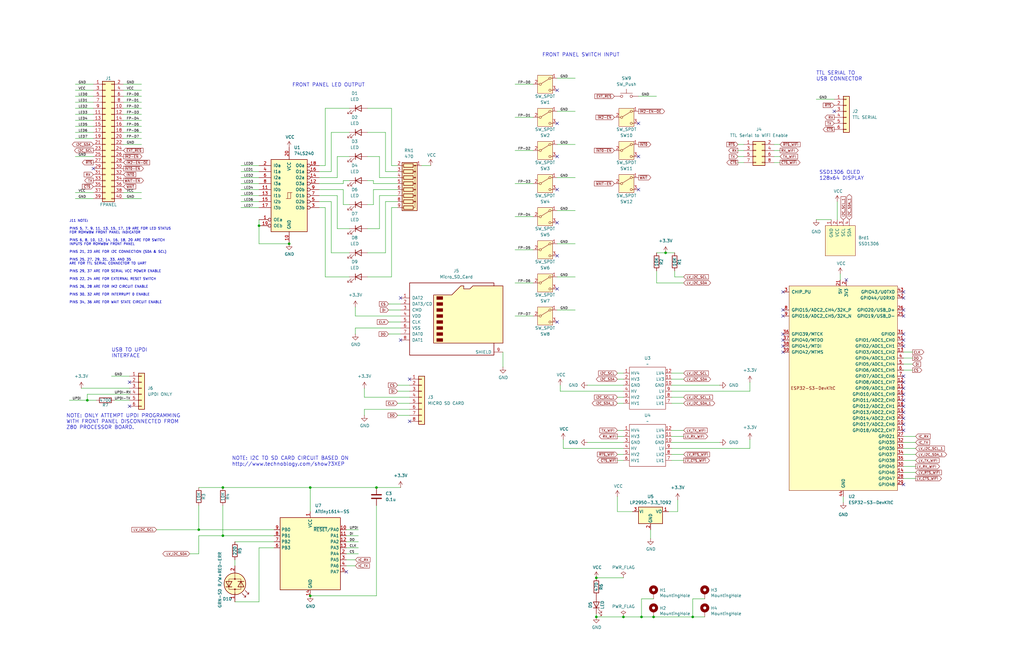
<source format=kicad_sch>
(kicad_sch (version 20231120) (generator "eeschema") (generator_version "8.0")
  (paper "B")
  (title_block (date "2025-04-19") (rev "V1.1"))
  (lib_symbols
    (symbol "74xx:74LS240" (pin_names (offset 1.016))
      (property "Reference" "U" (at -7.62 16.51 0))
      (property "Value" "74LS240" (at -7.62 -16.51 0))
      (symbol "74LS240_1_0"
        (pin input inverted (at -12.7 -10.16 0) (length 5.08) (name "OEa") (number "1"))
        (pin power_in line (at 0 -20.32 90) (length 5.08) (name "GND") (number "10"))
        (pin input line (at -12.7 2.54 0) (length 5.08) (name "I0b") (number "11"))
        (pin tri_state inverted (at 12.7 5.08 180) (length 5.08) (name "O3a") (number "12"))
        (pin input line (at -12.7 0 0) (length 5.08) (name "I1b") (number "13"))
        (pin tri_state inverted (at 12.7 7.62 180) (length 5.08) (name "O2a") (number "14"))
        (pin input line (at -12.7 -2.54 0) (length 5.08) (name "I2b") (number "15"))
        (pin tri_state inverted (at 12.7 10.16 180) (length 5.08) (name "O1a") (number "16"))
        (pin input line (at -12.7 -5.08 0) (length 5.08) (name "I3b") (number "17"))
        (pin tri_state inverted (at 12.7 12.7 180) (length 5.08) (name "O0a") (number "18"))
        (pin input inverted (at -12.7 -12.7 0) (length 5.08) (name "OEb") (number "19"))
        (pin input line (at -12.7 12.7 0) (length 5.08) (name "I0a") (number "2"))
        (pin power_in line (at 0 20.32 270) (length 5.08) (name "VCC") (number "20"))
        (pin tri_state inverted (at 12.7 -5.08 180) (length 5.08) (name "O3b") (number "3"))
        (pin input line (at -12.7 10.16 0) (length 5.08) (name "I1a") (number "4"))
        (pin tri_state inverted (at 12.7 -2.54 180) (length 5.08) (name "O2b") (number "5"))
        (pin input line (at -12.7 7.62 0) (length 5.08) (name "I2a") (number "6"))
        (pin tri_state inverted (at 12.7 0 180) (length 5.08) (name "O1b") (number "7"))
        (pin input line (at -12.7 5.08 0) (length 5.08) (name "I3a") (number "8"))
        (pin tri_state inverted (at 12.7 2.54 180) (length 5.08) (name "O0b") (number "9"))
      )
    )
    (symbol "Connector:Micro_SD_Card" (pin_names (offset 1.016))
      (property "Reference" "J" (at -16.51 15.24 0))
      (property "Value" "Micro_SD_Card" (at 16.51 15.24 0))
      (symbol "Micro_SD_Card_1_1"
        (pin bidirectional line (at -22.86 7.62 0) (length 3.81) (name "DAT2") (number "1"))
        (pin bidirectional line (at -22.86 5.08 0) (length 3.81) (name "DAT3/CD") (number "2"))
        (pin input line (at -22.86 2.54 0) (length 3.81) (name "CMD") (number "3"))
        (pin power_in line (at -22.86 0 0) (length 3.81) (name "VDD") (number "4"))
        (pin input line (at -22.86 -2.54 0) (length 3.81) (name "CLK") (number "5"))
        (pin power_in line (at -22.86 -5.08 0) (length 3.81) (name "VSS") (number "6"))
        (pin bidirectional line (at -22.86 -7.62 0) (length 3.81) (name "DAT0") (number "7"))
        (pin bidirectional line (at -22.86 -10.16 0) (length 3.81) (name "DAT1") (number "8"))
        (pin passive line (at 20.32 -15.24 180) (length 3.81) (name "SHIELD") (number "9"))
      )
    )
    (symbol "Connector_Generic:Conn_01x06" (pin_names (offset 1.016) hide)
      (property "Reference" "J" (at 0 7.62 0))
      (property "Value" "Conn_01x06" (at 0 -10.16 0))
      (symbol "Conn_01x06_1_1"
        (pin passive line (at -5.08 5.08 0) (length 3.81) (name "Pin_1") (number "1"))
        (pin passive line (at -5.08 2.54 0) (length 3.81) (name "Pin_2") (number "2"))
        (pin passive line (at -5.08 0 0) (length 3.81) (name "Pin_3") (number "3"))
        (pin passive line (at -5.08 -2.54 0) (length 3.81) (name "Pin_4") (number "4"))
        (pin passive line (at -5.08 -5.08 0) (length 3.81) (name "Pin_5") (number "5"))
        (pin passive line (at -5.08 -7.62 0) (length 3.81) (name "Pin_6") (number "6"))
      )
    )
    (symbol "Connector_Generic:Conn_01x08" (pin_names (offset 1.016) hide)
      (property "Reference" "J" (at 0 10.16 0))
      (property "Value" "Conn_01x08" (at 0 -12.7 0))
      (symbol "Conn_01x08_1_1"
        (pin passive line (at -5.08 7.62 0) (length 3.81) (name "Pin_1") (number "1"))
        (pin passive line (at -5.08 5.08 0) (length 3.81) (name "Pin_2") (number "2"))
        (pin passive line (at -5.08 2.54 0) (length 3.81) (name "Pin_3") (number "3"))
        (pin passive line (at -5.08 0 0) (length 3.81) (name "Pin_4") (number "4"))
        (pin passive line (at -5.08 -2.54 0) (length 3.81) (name "Pin_5") (number "5"))
        (pin passive line (at -5.08 -5.08 0) (length 3.81) (name "Pin_6") (number "6"))
        (pin passive line (at -5.08 -7.62 0) (length 3.81) (name "Pin_7") (number "7"))
        (pin passive line (at -5.08 -10.16 0) (length 3.81) (name "Pin_8") (number "8"))
      )
    )
    (symbol "Connector_Generic:Conn_02x04_Odd_Even" (pin_names (offset 1.016) hide)
      (property "Reference" "J" (at 1.27 5.08 0))
      (property "Value" "Conn_02x04_Odd_Even" (at 1.27 -7.62 0))
      (symbol "Conn_02x04_Odd_Even_1_1"
        (pin passive line (at -5.08 2.54 0) (length 3.81) (name "Pin_1") (number "1"))
        (pin passive line (at 7.62 2.54 180) (length 3.81) (name "Pin_2") (number "2"))
        (pin passive line (at -5.08 0 0) (length 3.81) (name "Pin_3") (number "3"))
        (pin passive line (at 7.62 0 180) (length 3.81) (name "Pin_4") (number "4"))
        (pin passive line (at -5.08 -2.54 0) (length 3.81) (name "Pin_5") (number "5"))
        (pin passive line (at 7.62 -2.54 180) (length 3.81) (name "Pin_6") (number "6"))
        (pin passive line (at -5.08 -5.08 0) (length 3.81) (name "Pin_7") (number "7"))
        (pin passive line (at 7.62 -5.08 180) (length 3.81) (name "Pin_8") (number "8"))
      )
    )
    (symbol "Connector_Generic:Conn_02x20_Odd_Even" (pin_names (offset 1.016) hide)
      (property "Reference" "J" (at 1.27 25.4 0))
      (property "Value" "Conn_02x20_Odd_Even" (at 1.27 -27.94 0))
      (symbol "Conn_02x20_Odd_Even_1_1"
        (pin passive line (at -5.08 22.86 0) (length 3.81) (name "Pin_1") (number "1"))
        (pin passive line (at 7.62 12.7 180) (length 3.81) (name "Pin_10") (number "10"))
        (pin passive line (at -5.08 10.16 0) (length 3.81) (name "Pin_11") (number "11"))
        (pin passive line (at 7.62 10.16 180) (length 3.81) (name "Pin_12") (number "12"))
        (pin passive line (at -5.08 7.62 0) (length 3.81) (name "Pin_13") (number "13"))
        (pin passive line (at 7.62 7.62 180) (length 3.81) (name "Pin_14") (number "14"))
        (pin passive line (at -5.08 5.08 0) (length 3.81) (name "Pin_15") (number "15"))
        (pin passive line (at 7.62 5.08 180) (length 3.81) (name "Pin_16") (number "16"))
        (pin passive line (at -5.08 2.54 0) (length 3.81) (name "Pin_17") (number "17"))
        (pin passive line (at 7.62 2.54 180) (length 3.81) (name "Pin_18") (number "18"))
        (pin passive line (at -5.08 0 0) (length 3.81) (name "Pin_19") (number "19"))
        (pin passive line (at 7.62 22.86 180) (length 3.81) (name "Pin_2") (number "2"))
        (pin passive line (at 7.62 0 180) (length 3.81) (name "Pin_20") (number "20"))
        (pin passive line (at -5.08 -2.54 0) (length 3.81) (name "Pin_21") (number "21"))
        (pin passive line (at 7.62 -2.54 180) (length 3.81) (name "Pin_22") (number "22"))
        (pin passive line (at -5.08 -5.08 0) (length 3.81) (name "Pin_23") (number "23"))
        (pin passive line (at 7.62 -5.08 180) (length 3.81) (name "Pin_24") (number "24"))
        (pin passive line (at -5.08 -7.62 0) (length 3.81) (name "Pin_25") (number "25"))
        (pin passive line (at 7.62 -7.62 180) (length 3.81) (name "Pin_26") (number "26"))
        (pin passive line (at -5.08 -10.16 0) (length 3.81) (name "Pin_27") (number "27"))
        (pin passive line (at 7.62 -10.16 180) (length 3.81) (name "Pin_28") (number "28"))
        (pin passive line (at -5.08 -12.7 0) (length 3.81) (name "Pin_29") (number "29"))
        (pin passive line (at -5.08 20.32 0) (length 3.81) (name "Pin_3") (number "3"))
        (pin passive line (at 7.62 -12.7 180) (length 3.81) (name "Pin_30") (number "30"))
        (pin passive line (at -5.08 -15.24 0) (length 3.81) (name "Pin_31") (number "31"))
        (pin passive line (at 7.62 -15.24 180) (length 3.81) (name "Pin_32") (number "32"))
        (pin passive line (at -5.08 -17.78 0) (length 3.81) (name "Pin_33") (number "33"))
        (pin passive line (at 7.62 -17.78 180) (length 3.81) (name "Pin_34") (number "34"))
        (pin passive line (at -5.08 -20.32 0) (length 3.81) (name "Pin_35") (number "35"))
        (pin passive line (at 7.62 -20.32 180) (length 3.81) (name "Pin_36") (number "36"))
        (pin passive line (at -5.08 -22.86 0) (length 3.81) (name "Pin_37") (number "37"))
        (pin passive line (at 7.62 -22.86 180) (length 3.81) (name "Pin_38") (number "38"))
        (pin passive line (at -5.08 -25.4 0) (length 3.81) (name "Pin_39") (number "39"))
        (pin passive line (at 7.62 20.32 180) (length 3.81) (name "Pin_4") (number "4"))
        (pin passive line (at 7.62 -25.4 180) (length 3.81) (name "Pin_40") (number "40"))
        (pin passive line (at -5.08 17.78 0) (length 3.81) (name "Pin_5") (number "5"))
        (pin passive line (at 7.62 17.78 180) (length 3.81) (name "Pin_6") (number "6"))
        (pin passive line (at -5.08 15.24 0) (length 3.81) (name "Pin_7") (number "7"))
        (pin passive line (at 7.62 15.24 180) (length 3.81) (name "Pin_8") (number "8"))
        (pin passive line (at -5.08 12.7 0) (length 3.81) (name "Pin_9") (number "9"))
      )
    )
    (symbol "Custom:HV-LV"
      (property "Reference" "U" (at 0 0 0))
      (symbol "HV-LV_1_1"
        (pin bidirectional line (at -10.16 0 0) (length 2.54) (name "HV4") (number "1"))
        (pin power_in line (at 10.16 -5.08 180) (length 2.54) (name "GND") (number "10"))
        (pin bidirectional line (at 10.16 -2.54 180) (length 2.54) (name "LV3") (number "11"))
        (pin bidirectional line (at 10.16 0 180) (length 2.54) (name "LV4") (number "12"))
        (pin bidirectional line (at -10.16 -2.54 0) (length 2.54) (name "HV3") (number "2"))
        (pin power_in line (at -10.16 -5.08 0) (length 2.54) (name "GND") (number "3"))
        (pin power_in line (at -10.16 -7.62 0) (length 2.54) (name "HV") (number "4"))
        (pin bidirectional line (at -10.16 -10.16 0) (length 2.54) (name "HV2") (number "5"))
        (pin bidirectional line (at -10.16 -12.7 0) (length 2.54) (name "HV1") (number "6"))
        (pin bidirectional line (at 10.16 -12.7 180) (length 2.54) (name "LV1") (number "7"))
        (pin bidirectional line (at 10.16 -10.16 180) (length 2.54) (name "LV2") (number "8"))
        (pin power_in line (at 10.16 -7.62 180) (length 2.54) (name "LV") (number "9"))
      )
    )
    (symbol "Device:C" (pin_numbers hide) (pin_names (offset 0.254))
      (property "Reference" "C" (at 0.635 2.54 0))
      (property "Value" "C" (at 0.635 -2.54 0))
      (symbol "C_1_1"
        (pin passive line (at 0 3.81 270) (length 2.794) (name "~") (number "1"))
        (pin passive line (at 0 -3.81 90) (length 2.794) (name "~") (number "2"))
      )
    )
    (symbol "Device:LED" (pin_numbers hide) (pin_names (offset 1.016) hide)
      (property "Reference" "D" (at 0 2.54 0))
      (property "Value" "LED" (at 0 -2.54 0))
      (symbol "LED_1_1"
        (pin passive line (at -3.81 0 0) (length 2.54) (name "K") (number "1"))
        (pin passive line (at 3.81 0 180) (length 2.54) (name "A") (number "2"))
      )
    )
    (symbol "Device:LED_Dual_Bidirectional" (pin_names (offset 0) hide)
      (property "Reference" "D" (at 0 5.715 0))
      (property "Value" "LED_Dual_Bidirectional" (at 0 -6.35 0))
      (symbol "LED_Dual_Bidirectional_1_1"
        (pin input line (at 7.62 0 180) (length 3.81) (name "KA") (number "1"))
        (pin input line (at -7.62 0 0) (length 3.048) (name "AK") (number "2"))
      )
    )
    (symbol "Device:R" (pin_numbers hide) (pin_names (offset 0))
      (property "Reference" "R" (at 2.032 0 90))
      (property "Value" "R" (at 0 0 90))
      (symbol "R_1_1"
        (pin passive line (at 0 3.81 270) (length 1.27) (name "~") (number "1"))
        (pin passive line (at 0 -3.81 90) (length 1.27) (name "~") (number "2"))
      )
    )
    (symbol "Device:R_Network08" (pin_names (offset 0) hide)
      (property "Reference" "RN" (at -12.7 0 90))
      (property "Value" "R_Network08" (at 10.16 0 90))
      (symbol "R_Network08_1_1"
        (pin passive line (at -10.16 5.08 270) (length 2.54) (name "common") (number "1"))
        (pin passive line (at -10.16 -5.08 90) (length 1.27) (name "R1") (number "2"))
        (pin passive line (at -7.62 -5.08 90) (length 1.27) (name "R2") (number "3"))
        (pin passive line (at -5.08 -5.08 90) (length 1.27) (name "R3") (number "4"))
        (pin passive line (at -2.54 -5.08 90) (length 1.27) (name "R4") (number "5"))
        (pin passive line (at 0 -5.08 90) (length 1.27) (name "R5") (number "6"))
        (pin passive line (at 2.54 -5.08 90) (length 1.27) (name "R6") (number "7"))
        (pin passive line (at 5.08 -5.08 90) (length 1.27) (name "R7") (number "8"))
        (pin passive line (at 7.62 -5.08 90) (length 1.27) (name "R8") (number "9"))
      )
    )
    (symbol "ExpressIf:ESP32-S3-DevKitC" (pin_names (offset 1.016))
      (property "Reference" "U" (at -22.86 48.26 0))
      (property "Value" "ESP32-S3-DevKitC" (at -22.86 45.72 0))
      (symbol "ESP32-S3-DevKitC_0_0"
        (text "ESP32-S3-DevKitC" (at -12.7 0 0) (effects (font (size 1.27 1.27))))
        (pin bidirectional line (at 25.4 -35.56 180) (length 2.54) (name "GPIO46") (number "14"))
        (pin bidirectional line (at 25.4 -10.16 180) (length 2.54) (name "GPIO13/ADC2_CH2") (number "19"))
        (pin bidirectional line (at -25.4 15.24 0) (length 2.54) (name "GPIO42/MTMS") (number "39"))
        (pin bidirectional line (at 25.4 17.78 180) (length 2.54) (name "GPIO2/ADC1_CH1") (number "40"))
        (pin bidirectional line (at 25.4 20.32 180) (length 2.54) (name "GPIO1/ADC1_CH0") (number "41"))
        (pin bidirectional line (at 25.4 38.1 180) (length 2.54) (name "GPIO44/U0RXD") (number "42"))
        (pin bidirectional line (at 25.4 40.64 180) (length 2.54) (name "GPIO43/U0TXD") (number "43"))
        (pin power_in line (at 0 -45.72 90) (length 2.54) (name "GND") (number "44"))
      )
      (symbol "ESP32-S3-DevKitC_0_1"
        (pin power_in line (at 1.27 45.72 270) (length 2.54) (name "3V3") (number "2"))
      )
      (symbol "ESP32-S3-DevKitC_1_1"
        (pin passive line (at 1.27 45.72 270) (length 2.54) hide (name "3V3") (number "1"))
        (pin bidirectional line (at 25.4 -15.24 180) (length 2.54) (name "GPIO17/ADC2_CH6") (number "10"))
        (pin bidirectional line (at 25.4 -17.78 180) (length 2.54) (name "GPIO18/ADC2_CH7") (number "11"))
        (pin bidirectional line (at 25.4 2.54 180) (length 2.54) (name "GPIO8/ADC1_CH7") (number "12"))
        (pin bidirectional line (at 25.4 15.24 180) (length 2.54) (name "GPIO3/ADC1_CH2") (number "13"))
        (pin bidirectional line (at 25.4 0 180) (length 2.54) (name "GPIO9/ADC1_CH8") (number "15"))
        (pin bidirectional line (at 25.4 -2.54 180) (length 2.54) (name "GPIO10/ADC1_CH9") (number "16"))
        (pin bidirectional line (at 25.4 -5.08 180) (length 2.54) (name "GPIO11/ADC2_CH0") (number "17"))
        (pin bidirectional line (at 25.4 -7.62 180) (length 2.54) (name "GPIO12/ADC2_CH1") (number "18"))
        (pin bidirectional line (at 25.4 -12.7 180) (length 2.54) (name "GPIO14/ADC2_CH3") (number "20"))
        (pin power_in line (at -1.27 45.72 270) (length 2.54) (name "5V") (number "21"))
        (pin passive line (at 0 -45.72 90) (length 2.54) hide (name "GND") (number "22"))
        (pin passive line (at 0 -45.72 90) (length 2.54) hide (name "GND") (number "23"))
        (pin passive line (at 0 -45.72 90) (length 2.54) hide (name "GND") (number "24"))
        (pin bidirectional line (at 25.4 30.48 180) (length 2.54) (name "GPIO19/USB_D-") (number "25"))
        (pin bidirectional line (at 25.4 33.02 180) (length 2.54) (name "GPIO20/USB_D+") (number "26"))
        (pin bidirectional line (at 25.4 -20.32 180) (length 2.54) (name "GPIO21") (number "27"))
        (pin bidirectional line (at 25.4 -38.1 180) (length 2.54) (name "GPIO47") (number "28"))
        (pin bidirectional line (at 25.4 -40.64 180) (length 2.54) (name "GPIO48") (number "29"))
        (pin input line (at -25.4 40.64 0) (length 2.54) (name "CHIP_PU") (number "3"))
        (pin bidirectional line (at 25.4 -33.02 180) (length 2.54) (name "GPIO45") (number "30"))
        (pin bidirectional line (at 25.4 22.86 180) (length 2.54) (name "GPIO0") (number "31"))
        (pin bidirectional line (at 25.4 -22.86 180) (length 2.54) (name "GPIO35") (number "32"))
        (pin bidirectional line (at 25.4 -25.4 180) (length 2.54) (name "GPIO36") (number "33"))
        (pin bidirectional line (at 25.4 -27.94 180) (length 2.54) (name "GPIO37") (number "34"))
        (pin bidirectional line (at 25.4 -30.48 180) (length 2.54) (name "GPIO38") (number "35"))
        (pin bidirectional line (at -25.4 22.86 0) (length 2.54) (name "GPIO39/MTCK") (number "36"))
        (pin bidirectional line (at -25.4 20.32 0) (length 2.54) (name "GPIO40/MTDO") (number "37"))
        (pin bidirectional line (at -25.4 17.78 0) (length 2.54) (name "GPIO41/MTDI") (number "38"))
        (pin bidirectional line (at 25.4 12.7 180) (length 2.54) (name "GPIO4/ADC1_CH3") (number "4"))
        (pin bidirectional line (at 25.4 10.16 180) (length 2.54) (name "GPIO5/ADC1_CH4") (number "5"))
        (pin bidirectional line (at 25.4 7.62 180) (length 2.54) (name "GPIO6/ADC1_CH5") (number "6"))
        (pin bidirectional line (at 25.4 5.08 180) (length 2.54) (name "GPIO7/ADC1_CH6") (number "7"))
        (pin bidirectional line (at -25.4 33.02 0) (length 2.54) (name "GPIO15/ADC2_CH4/32K_P") (number "8"))
        (pin bidirectional line (at -25.4 30.48 0) (length 2.54) (name "GPIO16/ADC2_CH5/32K_N") (number "9"))
      )
    )
    (symbol "MCU_Microchip_ATtiny:ATtiny1614-SS"
      (property "Reference" "U" (at -12.7 16.51 0))
      (property "Value" "ATtiny1614-SS" (at 2.54 -16.51 0))
      (symbol "ATtiny1614-SS_1_1"
        (pin power_in line (at 0 17.78 270) (length 2.54) (name "VCC") (number "1"))
        (pin bidirectional line (at 15.24 10.16 180) (length 2.54) (name "~{RESET}/PA0") (number "10"))
        (pin bidirectional line (at 15.24 7.62 180) (length 2.54) (name "PA1") (number "11"))
        (pin bidirectional line (at 15.24 5.08 180) (length 2.54) (name "PA2") (number "12"))
        (pin bidirectional line (at 15.24 2.54 180) (length 2.54) (name "PA3") (number "13"))
        (pin power_in line (at 0 -17.78 90) (length 2.54) (name "GND") (number "14"))
        (pin bidirectional line (at 15.24 0 180) (length 2.54) (name "PA4") (number "2"))
        (pin bidirectional line (at 15.24 -2.54 180) (length 2.54) (name "PA5") (number "3"))
        (pin bidirectional line (at 15.24 -5.08 180) (length 2.54) (name "PA6") (number "4"))
        (pin bidirectional line (at 15.24 -7.62 180) (length 2.54) (name "PA7") (number "5"))
        (pin bidirectional line (at -15.24 2.54 0) (length 2.54) (name "PB3") (number "6"))
        (pin bidirectional line (at -15.24 5.08 0) (length 2.54) (name "PB2") (number "7"))
        (pin bidirectional line (at -15.24 7.62 0) (length 2.54) (name "PB1") (number "8"))
        (pin bidirectional line (at -15.24 10.16 0) (length 2.54) (name "PB0") (number "9"))
      )
    )
    (symbol "Mechanical:MountingHole_Pad" (pin_numbers hide) (pin_names (offset 1.016) hide)
      (property "Reference" "H" (at 0 6.35 0))
      (property "Value" "MountingHole_Pad" (at 0 4.445 0))
      (symbol "MountingHole_Pad_1_1"
        (pin input line (at 0 -2.54 90) (length 2.54) (name "1") (number "1"))
      )
    )
    (symbol "Regulator_Linear:LP2950-3.3_TO92" (pin_names (offset 0.254))
      (property "Reference" "U" (at -3.81 3.175 0))
      (property "Value" "LP2950-3.3_TO92" (at 0 3.175 0))
      (symbol "LP2950-3.3_TO92_1_1"
        (pin power_out line (at 7.62 0 180) (length 2.54) (name "VO") (number "1"))
        (pin power_in line (at 0 -7.62 90) (length 2.54) (name "GND") (number "2"))
        (pin power_in line (at -7.62 0 0) (length 2.54) (name "VI") (number "3"))
      )
    )
    (symbol "SSD1306-128x64_OLED:SSD1306" (pin_names (offset 1.016))
      (property "Reference" "Brd" (at 0 -3.81 0))
      (property "Value" "SSD1306" (at 0 -1.27 0))
      (symbol "SSD1306_1_1"
        (pin input line (at -3.81 8.89 270) (length 2.54) (name "GND") (number "1"))
        (pin input line (at -1.27 8.89 270) (length 2.54) (name "VCC") (number "2"))
        (pin input line (at 1.27 8.89 270) (length 2.54) (name "SCL") (number "3"))
        (pin input line (at 3.81 8.89 270) (length 2.54) (name "SDA") (number "4"))
      )
    )
    (symbol "Switch:SW_Push" (pin_numbers hide) (pin_names (offset 1.016) hide)
      (property "Reference" "SW" (at 1.27 2.54 0))
      (property "Value" "SW_Push" (at 0 -1.524 0))
      (symbol "SW_Push_0_1"
        (pin passive line (at -5.08 0 0) (length 2.54) (name "1") (number "1"))
        (pin passive line (at 5.08 0 180) (length 2.54) (name "2") (number "2"))
      )
    )
    (symbol "Switch:SW_SPDT" (pin_names (offset 0) hide)
      (property "Reference" "SW" (at 0 5.08 0))
      (property "Value" "SW_SPDT" (at 0 -5.08 0))
      (symbol "SW_SPDT_1_1"
        (pin passive line (at 5.08 2.54 180) (length 2.54) (name "A") (number "1"))
        (pin passive line (at -5.08 0 0) (length 2.54) (name "B") (number "2"))
        (pin passive line (at 5.08 -2.54 180) (length 2.54) (name "C") (number "3"))
      )
    )
    (symbol "power:+3.3V" (power) (pin_numbers hide) (pin_names (offset 0) hide)
      (property "Value" "+3.3V" (at 0 3.556 0))
      (symbol "+3.3V_1_1"
        (pin power_in line (at 0 0 90) (length 0) (name "~") (number "1"))
      )
    )
    (symbol "power:GND" (power) (pin_numbers hide) (pin_names (offset 0) hide)
      (property "Value" "GND" (at 0 -3.81 0))
      (symbol "GND_1_1"
        (pin power_in line (at 0 0 270) (length 0) (name "~") (number "1"))
      )
    )
    (symbol "power:PWR_FLAG" (power) (pin_numbers hide) (pin_names (offset 0) hide)
      (property "Value" "PWR_FLAG" (at 0 3.81 0))
      (symbol "PWR_FLAG_0_0"
        (pin power_out line (at 0 0 90) (length 0) (name "~") (number "1"))
      )
    )
    (symbol "power:VCC" (power) (pin_numbers hide) (pin_names (offset 0) hide)
      (property "Value" "VCC" (at 0 3.556 0))
      (symbol "VCC_1_1"
        (pin power_in line (at 0 0 90) (length 0) (name "~") (number "1"))
      )
    )
  )
  (junction (at 130.81 251.46))
  (junction (at 109.22 95.25))
  (junction (at 93.98 205.74))
  (junction (at 36.83 168.91))
  (junction (at 83.82 223.52))
  (junction (at 130.81 205.74))
  (junction (at 251.46 243.84))
  (junction (at 292.1 260.35))
  (junction (at 121.92 102.87))
  (junction (at 275.59 260.35))
  (junction (at 158.75 205.74))
  (junction (at 251.46 260.35))
  (junction (at 262.89 260.35))
  (junction (at 270.51 260.35))
  (junction (at 93.98 226.06))
  (junction (at 280.67 106.68))
  (no_connect (at 330.2 123.19))
  (no_connect (at 381 158.75))
  (no_connect (at 168.91 125.73))
  (no_connect (at 381 161.29))
  (no_connect (at 269.24 66.04))
  (no_connect (at 234.95 38.1))
  (no_connect (at 351.79 46.99))
  (no_connect (at 381 163.83))
  (no_connect (at 330.2 146.05))
  (no_connect (at 381 168.91))
  (no_connect (at 330.2 140.97))
  (no_connect (at 330.2 148.59))
  (no_connect (at 234.95 52.07))
  (no_connect (at 381 123.19))
  (no_connect (at 54.61 171.45))
  (no_connect (at 269.24 52.07))
  (no_connect (at 234.95 135.89))
  (no_connect (at 356.87 118.11))
  (no_connect (at 330.2 133.35))
  (no_connect (at 381 130.81))
  (no_connect (at 39.37 71.12))
  (no_connect (at 381 146.05))
  (no_connect (at 269.24 80.01))
  (no_connect (at 381 171.45))
  (no_connect (at 381 204.47))
  (no_connect (at 234.95 80.01))
  (no_connect (at 54.61 161.29))
  (no_connect (at 146.05 241.3))
  (no_connect (at 172.72 177.8))
  (no_connect (at 234.95 66.04))
  (no_connect (at 381 179.07))
  (no_connect (at 168.91 143.51))
  (no_connect (at 381 176.53))
  (no_connect (at 234.95 93.98))
  (no_connect (at 234.95 121.92))
  (no_connect (at 381 133.35))
  (no_connect (at 234.95 107.95))
  (no_connect (at 330.2 143.51))
  (no_connect (at 381 181.61))
  (no_connect (at 381 143.51))
  (no_connect (at 381 173.99))
  (no_connect (at 172.72 160.02))
  (no_connect (at 381 140.97))
  (no_connect (at 330.2 130.81))
  (no_connect (at 381 125.73))
  (no_connect (at 381 166.37))
  (wire (pts (xy 31.75 55.88) (xy 39.37 55.88)))
  (wire (pts (xy 217.17 105.41) (xy 224.79 105.41)))
  (wire (pts (xy 93.98 226.06) (xy 83.82 226.06)))
  (wire (pts (xy 266.7 215.9) (xy 260.35 215.9)))
  (wire (pts (xy 157.48 76.2) (xy 157.48 77.47)))
  (wire (pts (xy 31.75 35.56) (xy 39.37 35.56)))
  (wire (pts (xy 134.62 74.93) (xy 142.24 74.93)))
  (wire (pts (xy 146.05 238.76) (xy 149.86 238.76)))
  (wire (pts (xy 165.1 87.63) (xy 165.1 116.84)))
  (wire (pts (xy 139.7 106.68) (xy 147.32 106.68)))
  (wire (pts (xy 31.75 81.28) (xy 39.37 81.28)))
  (wire (pts (xy 137.16 45.72) (xy 147.32 45.72)))
  (wire (pts (xy 344.17 41.91) (xy 351.79 41.91)))
  (wire (pts (xy 101.6 69.85) (xy 109.22 69.85)))
  (wire (pts (xy 31.75 53.34) (xy 39.37 53.34)))
  (wire (pts (xy 99.06 228.6) (xy 115.57 228.6)))
  (wire (pts (xy 292.1 252.73) (xy 292.1 260.35)))
  (wire (pts (xy 353.06 85.09) (xy 353.06 92.71)))
  (wire (pts (xy 52.07 58.42) (xy 59.69 58.42)))
  (wire (pts (xy 283.21 162.56) (xy 303.53 162.56)))
  (wire (pts (xy 144.78 77.47) (xy 144.78 76.2)))
  (wire (pts (xy 36.83 168.91) (xy 40.64 168.91)))
  (wire (pts (xy 52.07 48.26) (xy 59.69 48.26)))
  (wire (pts (xy 163.83 128.27) (xy 168.91 128.27)))
  (wire (pts (xy 146.05 231.14) (xy 151.13 231.14)))
  (wire (pts (xy 260.35 160.02) (xy 262.89 160.02)))
  (wire (pts (xy 283.21 181.61) (xy 288.29 181.61)))
  (wire (pts (xy 36.83 166.37) (xy 36.83 168.91)))
  (wire (pts (xy 316.23 185.42) (xy 316.23 189.23)))
  (wire (pts (xy 31.75 66.04) (xy 39.37 66.04)))
  (wire (pts (xy 154.94 55.88) (xy 162.56 55.88)))
  (wire (pts (xy 157.48 77.47) (xy 167.64 77.47)))
  (wire (pts (xy 146.05 223.52) (xy 151.13 223.52)))
  (wire (pts (xy 147.32 116.84) (xy 137.16 116.84)))
  (wire (pts (xy 109.22 92.71) (xy 109.22 95.25)))
  (wire (pts (xy 167.64 162.56) (xy 172.72 162.56)))
  (wire (pts (xy 93.98 213.36) (xy 93.98 226.06)))
  (wire (pts (xy 52.07 50.8) (xy 59.69 50.8)))
  (wire (pts (xy 115.57 231.14) (xy 109.22 231.14)))
  (wire (pts (xy 52.07 81.28) (xy 59.69 81.28)))
  (wire (pts (xy 247.65 162.56) (xy 262.89 162.56)))
  (wire (pts (xy 168.91 138.43) (xy 149.86 138.43)))
  (wire (pts (xy 149.86 138.43) (xy 149.86 140.97)))
  (wire (pts (xy 101.6 85.09) (xy 109.22 85.09)))
  (wire (pts (xy 162.56 85.09) (xy 162.56 106.68)))
  (wire (pts (xy 154.94 96.52) (xy 160.02 96.52)))
  (wire (pts (xy 160.02 96.52) (xy 160.02 82.55)))
  (wire (pts (xy 168.91 133.35) (xy 149.86 133.35)))
  (wire (pts (xy 83.82 233.68) (xy 80.01 233.68)))
  (wire (pts (xy 52.07 35.56) (xy 59.69 35.56)))
  (wire (pts (xy 130.81 251.46) (xy 158.75 251.46)))
  (wire (pts (xy 234.95 116.84) (xy 242.57 116.84)))
  (wire (pts (xy 217.17 91.44) (xy 224.79 91.44)))
  (wire (pts (xy 260.35 209.55) (xy 260.35 215.9)))
  (wire (pts (xy 260.35 170.18) (xy 262.89 170.18)))
  (wire (pts (xy 283.21 170.18) (xy 288.29 170.18)))
  (wire (pts (xy 283.21 189.23) (xy 316.23 189.23)))
  (wire (pts (xy 52.07 40.64) (xy 59.69 40.64)))
  (wire (pts (xy 101.6 72.39) (xy 109.22 72.39)))
  (wire (pts (xy 31.75 45.72) (xy 39.37 45.72)))
  (wire (pts (xy 137.16 87.63) (xy 134.62 87.63)))
  (wire (pts (xy 142.24 82.55) (xy 134.62 82.55)))
  (wire (pts (xy 46.99 158.75) (xy 54.61 158.75)))
  (wire (pts (xy 283.21 186.69) (xy 303.53 186.69)))
  (wire (pts (xy 162.56 72.39) (xy 167.64 72.39)))
  (wire (pts (xy 144.78 86.36) (xy 147.32 86.36)))
  (wire (pts (xy 236.22 162.56) (xy 236.22 165.1)))
  (wire (pts (xy 247.65 186.69) (xy 262.89 186.69)))
  (wire (pts (xy 217.17 63.5) (xy 224.79 63.5)))
  (wire (pts (xy 275.59 260.35) (xy 270.51 260.35)))
  (wire (pts (xy 167.64 87.63) (xy 165.1 87.63)))
  (wire (pts (xy 109.22 254) (xy 99.06 254)))
  (wire (pts (xy 381 151.13) (xy 384.81 151.13)))
  (wire (pts (xy 36.83 166.37) (xy 54.61 166.37)))
  (wire (pts (xy 142.24 66.04) (xy 147.32 66.04)))
  (wire (pts (xy 381 199.39) (xy 386.08 199.39)))
  (wire (pts (xy 154.94 76.2) (xy 157.48 76.2)))
  (wire (pts (xy 284.48 116.84) (xy 288.29 116.84)))
  (wire (pts (xy 162.56 55.88) (xy 162.56 72.39)))
  (wire (pts (xy 134.62 69.85) (xy 137.16 69.85)))
  (wire (pts (xy 101.6 82.55) (xy 109.22 82.55)))
  (wire (pts (xy 83.82 223.52) (xy 115.57 223.52)))
  (wire (pts (xy 93.98 205.74) (xy 130.81 205.74)))
  (wire (pts (xy 165.1 69.85) (xy 167.64 69.85)))
  (wire (pts (xy 149.86 129.54) (xy 149.86 133.35)))
  (wire (pts (xy 297.18 260.35) (xy 292.1 260.35)))
  (wire (pts (xy 31.75 50.8) (xy 39.37 50.8)))
  (wire (pts (xy 52.07 43.18) (xy 59.69 43.18)))
  (wire (pts (xy 260.35 157.48) (xy 262.89 157.48)))
  (wire (pts (xy 270.51 260.35) (xy 262.89 260.35)))
  (wire (pts (xy 381 201.93) (xy 386.08 201.93)))
  (wire (pts (xy 275.59 252.73) (xy 270.51 252.73)))
  (wire (pts (xy 163.83 130.81) (xy 168.91 130.81)))
  (wire (pts (xy 234.95 88.9) (xy 242.57 88.9)))
  (wire (pts (xy 163.83 135.89) (xy 168.91 135.89)))
  (wire (pts (xy 31.75 43.18) (xy 39.37 43.18)))
  (wire (pts (xy 354.33 115.57) (xy 354.33 118.11)))
  (wire (pts (xy 344.17 92.71) (xy 350.52 92.71)))
  (wire (pts (xy 139.7 72.39) (xy 139.7 55.88)))
  (wire (pts (xy 269.24 40.64) (xy 276.86 40.64)))
  (wire (pts (xy 167.64 170.18) (xy 172.72 170.18)))
  (wire (pts (xy 130.81 205.74) (xy 158.75 205.74)))
  (wire (pts (xy 260.35 167.64) (xy 262.89 167.64)))
  (wire (pts (xy 381 148.59) (xy 384.81 148.59)))
  (wire (pts (xy 381 153.67) (xy 384.81 153.67)))
  (wire (pts (xy 139.7 55.88) (xy 147.32 55.88)))
  (wire (pts (xy 172.72 172.72) (xy 153.67 172.72)))
  (wire (pts (xy 146.05 233.68) (xy 151.13 233.68)))
  (wire (pts (xy 381 189.23) (xy 386.08 189.23)))
  (wire (pts (xy 260.35 191.77) (xy 262.89 191.77)))
  (wire (pts (xy 146.05 228.6) (xy 151.13 228.6)))
  (wire (pts (xy 83.82 205.74) (xy 93.98 205.74)))
  (wire (pts (xy 172.72 167.64) (xy 153.67 167.64)))
  (wire (pts (xy 101.6 74.93) (xy 109.22 74.93)))
  (wire (pts (xy 311.15 68.58) (xy 313.69 68.58)))
  (wire (pts (xy 142.24 74.93) (xy 142.24 66.04)))
  (wire (pts (xy 326.39 63.5) (xy 328.93 63.5)))
  (wire (pts (xy 101.6 87.63) (xy 109.22 87.63)))
  (wire (pts (xy 66.04 223.52) (xy 83.82 223.52)))
  (wire (pts (xy 144.78 80.01) (xy 144.78 86.36)))
  (wire (pts (xy 234.95 74.93) (xy 242.57 74.93)))
  (wire (pts (xy 326.39 60.96) (xy 328.93 60.96)))
  (wire (pts (xy 83.82 213.36) (xy 83.82 223.52)))
  (wire (pts (xy 283.21 191.77) (xy 288.29 191.77)))
  (wire (pts (xy 234.95 33.02) (xy 242.57 33.02)))
  (wire (pts (xy 157.48 86.36) (xy 154.94 86.36)))
  (wire (pts (xy 147.32 96.52) (xy 142.24 96.52)))
  (wire (pts (xy 165.1 116.84) (xy 154.94 116.84)))
  (wire (pts (xy 355.6 209.55) (xy 355.6 212.09)))
  (wire (pts (xy 134.62 80.01) (xy 144.78 80.01)))
  (wire (pts (xy 134.62 72.39) (xy 139.7 72.39)))
  (wire (pts (xy 276.86 114.3) (xy 276.86 119.38)))
  (wire (pts (xy 109.22 231.14) (xy 109.22 254)))
  (wire (pts (xy 217.17 49.53) (xy 224.79 49.53)))
  (wire (pts (xy 283.21 167.64) (xy 288.29 167.64)))
  (wire (pts (xy 158.75 213.36) (xy 158.75 251.46)))
  (wire (pts (xy 326.39 68.58) (xy 328.93 68.58)))
  (wire (pts (xy 251.46 259.08) (xy 251.46 260.35)))
  (wire (pts (xy 234.95 130.81) (xy 242.57 130.81)))
  (wire (pts (xy 160.02 66.04) (xy 154.94 66.04)))
  (wire (pts (xy 316.23 161.29) (xy 316.23 165.1)))
  (wire (pts (xy 31.75 83.82) (xy 39.37 83.82)))
  (wire (pts (xy 109.22 95.25) (xy 109.22 102.87)))
  (wire (pts (xy 274.32 223.52) (xy 274.32 227.33)))
  (wire (pts (xy 162.56 106.68) (xy 154.94 106.68)))
  (wire (pts (xy 31.75 58.42) (xy 39.37 58.42)))
  (wire (pts (xy 115.57 226.06) (xy 93.98 226.06)))
  (wire (pts (xy 217.17 133.35) (xy 224.79 133.35)))
  (wire (pts (xy 160.02 74.93) (xy 160.02 66.04)))
  (wire (pts (xy 234.95 102.87) (xy 242.57 102.87)))
  (wire (pts (xy 31.75 40.64) (xy 39.37 40.64)))
  (wire (pts (xy 167.64 165.1) (xy 172.72 165.1)))
  (wire (pts (xy 311.15 60.96) (xy 313.69 60.96)))
  (wire (pts (xy 146.05 226.06) (xy 151.13 226.06)))
  (wire (pts (xy 153.67 172.72) (xy 153.67 175.26)))
  (wire (pts (xy 34.29 163.83) (xy 54.61 163.83)))
  (wire (pts (xy 167.64 74.93) (xy 160.02 74.93)))
  (wire (pts (xy 311.15 66.04) (xy 313.69 66.04)))
  (wire (pts (xy 237.49 185.42) (xy 237.49 189.23)))
  (wire (pts (xy 217.17 77.47) (xy 224.79 77.47)))
  (wire (pts (xy 281.94 215.9) (xy 285.75 215.9)))
  (wire (pts (xy 158.75 205.74) (xy 168.91 205.74)))
  (wire (pts (xy 285.75 210.82) (xy 285.75 215.9)))
  (wire (pts (xy 381 186.69) (xy 386.08 186.69)))
  (wire (pts (xy 381 156.21) (xy 384.81 156.21)))
  (wire (pts (xy 109.22 102.87) (xy 121.92 102.87)))
  (wire (pts (xy 283.21 194.31) (xy 288.29 194.31)))
  (wire (pts (xy 283.21 157.48) (xy 288.29 157.48)))
  (wire (pts (xy 31.75 48.26) (xy 39.37 48.26)))
  (wire (pts (xy 381 191.77) (xy 386.08 191.77)))
  (wire (pts (xy 52.07 83.82) (xy 59.69 83.82)))
  (wire (pts (xy 52.07 60.96) (xy 59.69 60.96)))
  (wire (pts (xy 146.05 236.22) (xy 149.86 236.22)))
  (wire (pts (xy 154.94 45.72) (xy 165.1 45.72)))
  (wire (pts (xy 326.39 66.04) (xy 328.93 66.04)))
  (wire (pts (xy 142.24 96.52) (xy 142.24 82.55)))
  (wire (pts (xy 48.26 168.91) (xy 54.61 168.91)))
  (wire (pts (xy 31.75 38.1) (xy 39.37 38.1)))
  (wire (pts (xy 217.17 119.38) (xy 224.79 119.38)))
  (wire (pts (xy 280.67 106.68) (xy 284.48 106.68)))
  (wire (pts (xy 134.62 77.47) (xy 144.78 77.47)))
  (wire (pts (xy 237.49 189.23) (xy 262.89 189.23)))
  (wire (pts (xy 276.86 106.68) (xy 280.67 106.68)))
  (wire (pts (xy 270.51 252.73) (xy 270.51 260.35)))
  (wire (pts (xy 297.18 252.73) (xy 292.1 252.73)))
  (wire (pts (xy 381 184.15) (xy 386.08 184.15)))
  (wire (pts (xy 167.64 85.09) (xy 162.56 85.09)))
  (wire (pts (xy 144.78 76.2) (xy 147.32 76.2)))
  (wire (pts (xy 101.6 80.01) (xy 109.22 80.01)))
  (wire (pts (xy 101.6 77.47) (xy 109.22 77.47)))
  (wire (pts (xy 52.07 53.34) (xy 59.69 53.34)))
  (wire (pts (xy 167.64 175.26) (xy 172.72 175.26)))
  (wire (pts (xy 311.15 63.5) (xy 313.69 63.5)))
  (wire (pts (xy 177.8 69.85) (xy 181.61 69.85)))
  (wire (pts (xy 381 196.85) (xy 386.08 196.85)))
  (wire (pts (xy 260.35 181.61) (xy 262.89 181.61)))
  (wire (pts (xy 52.07 38.1) (xy 59.69 38.1)))
  (wire (pts (xy 157.48 80.01) (xy 157.48 86.36)))
  (wire (pts (xy 284.48 114.3) (xy 284.48 116.84)))
  (wire (pts (xy 260.35 184.15) (xy 262.89 184.15)))
  (wire (pts (xy 163.83 140.97) (xy 168.91 140.97)))
  (wire (pts (xy 275.59 260.35) (xy 292.1 260.35)))
  (wire (pts (xy 381 194.31) (xy 386.08 194.31)))
  (wire (pts (xy 234.95 60.96) (xy 242.57 60.96)))
  (wire (pts (xy 283.21 160.02) (xy 288.29 160.02)))
  (wire (pts (xy 234.95 46.99) (xy 242.57 46.99)))
  (wire (pts (xy 130.81 205.74) (xy 130.81 215.9)))
  (wire (pts (xy 153.67 163.83) (xy 153.67 167.64)))
  (wire (pts (xy 29.21 168.91) (xy 36.83 168.91)))
  (wire (pts (xy 99.06 236.22) (xy 99.06 238.76)))
  (wire (pts (xy 52.07 45.72) (xy 59.69 45.72)))
  (wire (pts (xy 52.07 55.88) (xy 59.69 55.88)))
  (wire (pts (xy 251.46 243.84) (xy 262.89 243.84)))
  (wire (pts (xy 276.86 119.38) (xy 288.29 119.38)))
  (wire (pts (xy 283.21 165.1) (xy 316.23 165.1)))
  (wire (pts (xy 260.35 194.31) (xy 262.89 194.31)))
  (wire (pts (xy 139.7 85.09) (xy 139.7 106.68)))
  (wire (pts (xy 167.64 80.01) (xy 157.48 80.01)))
  (wire (pts (xy 83.82 226.06) (xy 83.82 233.68)))
  (wire (pts (xy 236.22 165.1) (xy 262.89 165.1)))
  (wire (pts (xy 137.16 116.84) (xy 137.16 87.63)))
  (wire (pts (xy 262.89 260.35) (xy 251.46 260.35)))
  (wire (pts (xy 134.62 85.09) (xy 139.7 85.09)))
  (wire (pts (xy 160.02 82.55) (xy 167.64 82.55)))
  (wire (pts (xy 283.21 184.15) (xy 288.29 184.15)))
  (wire (pts (xy 165.1 45.72) (xy 165.1 69.85)))
  (wire (pts (xy 217.17 35.56) (xy 224.79 35.56)))
  (wire (pts (xy 212.09 148.59) (xy 212.09 154.94)))
  (wire (pts (xy 137.16 69.85) (xy 137.16 45.72)))
  (text "SSD1306 OLED\n128x64 DISPLAY" (at 345.44 76.2 0) (effects (font (size 1.524 1.524)) (justify left bottom)))
  (text "FRONT PANEL LED OUTPUT" (at 123.19 36.83 0) (effects (font (size 1.524 1.524)) (justify left bottom)))
  (text "USB TO UPDI\nINTERFACE" (at 46.99 151.13 0) (effects (font (size 1.524 1.524)) (justify left bottom)))
  (text "J11 NOTE: \n\nPINS 5, 7, 9, 11, 13, 15, 17, 19 ARE FOR LED STATUS\nFOR ROMWBW FRONT PANEL INDICATOR\n\nPINS 6, 8, 10, 12, 14, 16, 18, 20 ARE FOR SWITCH\nINPUTS FOR ROMWBW FRONT PANEL\n\nPINS 21, 23 ARE FOR I2C CONNECTION (SDA & SCL)\n\nPINS 25, 27, 29, 31, 33, AND 35\nARE FOR TTL SERIAL CONNECTOR TO UART\n\nPINS 29, 37 ARE FOR SERIAL VCC POWER ENABLE\n\nPINS 22, 24 ARE FOR EXTERNAL RESET SWITCH\n\nPINS 26, 28 ARE FOR IM2 CIRCUIT ENABLE\n\nPINS 30, 32 ARE FOR INTERRUPT 0 ENABLE\n\nPINS 34, 36 ARE FOR WAIT STATE CIRCUIT ENABLE" (at 29.21 128.27 0) (effects (font (size 1.016 1.016)) (justify left bottom)))
  (text "NOTE: I2C TO SD CARD CIRCUIT BASED ON\nhttp://www.technoblogy.com/show?3XEP" (at 97.79 196.85 0) (effects (font (size 1.524 1.524)) (justify left bottom)))
  (text "NOTE: ONLY ATTEMPT UPDI PROGRAMMING\nWITH FRONT PANEL DISCONNECTED FROM\nZ80 PROCESSOR BOARD. " (at 27.94 181.356 0) (effects (font (size 1.524 1.524)) (justify left bottom)))
  (text "FRONT PANEL SWITCH INPUT" (at 228.6 24.13 0) (effects (font (size 1.524 1.524)) (justify left bottom)))
  (text "TTL SERIAL TO \nUSB CONNECTOR" (at 344.17 34.29 0) (effects (font (size 1.524 1.524)) (justify left bottom)))
  (label "LED4" (at 102.87 80.01 0) (effects (font (size 1.016 1.016))))
  (label "LED6" (at 102.87 85.09 0) (effects (font (size 1.016 1.016))))
  (label "FP-D5" (at 218.44 105.41 0) (effects (font (size 1.016 1.016))))
  (label "UPDI-RX" (at 48.26 166.37 0) (effects (font (size 1.016 1.016))))
  (label "LED0" (at 102.87 69.85 0) (effects (font (size 1.016 1.016))))
  (label "GND" (at 236.22 116.84 0) (effects (font (size 1.016 1.016))))
  (label "VCC" (at 53.34 38.1 0) (effects (font (size 1.016 1.016))))
  (label "GND" (at 270.51 40.64 0) (effects (font (size 1.016 1.016))))
  (label "LED1" (at 102.87 72.39 0) (effects (font (size 1.016 1.016))))
  (label "GND" (at 236.22 130.81 0) (effects (font (size 1.016 1.016))))
  (label "CS" (at 147.32 233.68 0) (effects (font (size 1.016 1.016))))
  (label "GND" (at 236.22 88.9 0) (effects (font (size 1.016 1.016))))
  (label "CLK" (at 147.32 231.14 0) (effects (font (size 1.016 1.016))))
  (label "GND" (at 236.22 60.96 0) (effects (font (size 1.016 1.016))))
  (label "GND" (at 53.34 60.96 0) (effects (font (size 1.016 1.016))))
  (label "UPDI" (at 147.32 223.52 0) (effects (font (size 1.016 1.016))))
  (label "FP-D1" (at 53.34 43.18 0) (effects (font (size 1.016 1.016))))
  (label "GND" (at 33.02 35.56 0) (effects (font (size 1.016 1.016))))
  (label "VCC" (at 33.02 81.28 0) (effects (font (size 1.016 1.016))))
  (label "LED5" (at 102.87 82.55 0) (effects (font (size 1.016 1.016))))
  (label "FP-D3" (at 218.44 77.47 0) (effects (font (size 1.016 1.016))))
  (label "FP-D0" (at 218.44 35.56 0) (effects (font (size 1.016 1.016))))
  (label "LED1" (at 33.02 43.18 0) (effects (font (size 1.016 1.016))))
  (label "VCC" (at 33.02 38.1 0) (effects (font (size 1.016 1.016))))
  (label "FP-D4" (at 53.34 50.8 0) (effects (font (size 1.016 1.016))))
  (label "LED3" (at 102.87 77.47 0) (effects (font (size 1.016 1.016))))
  (label "LED2" (at 102.87 74.93 0) (effects (font (size 1.016 1.016))))
  (label "GND" (at 53.34 83.82 0) (effects (font (size 1.016 1.016))))
  (label "GND" (at 33.02 66.04 0) (effects (font (size 1.016 1.016))))
  (label "FP-D0" (at 53.34 40.64 0) (effects (font (size 1.016 1.016))))
  (label "FP-D6" (at 218.44 119.38 0) (effects (font (size 1.016 1.016))))
  (label "FP-D2" (at 53.34 45.72 0) (effects (font (size 1.016 1.016))))
  (label "FP-D5" (at 53.34 53.34 0) (effects (font (size 1.016 1.016))))
  (label "DO" (at 147.32 228.6 0) (effects (font (size 1.016 1.016))))
  (label "GND" (at 53.34 35.56 0) (effects (font (size 1.016 1.016))))
  (label "LED5" (at 33.02 53.34 0) (effects (font (size 1.016 1.016))))
  (label "FP-D6" (at 53.34 55.88 0) (effects (font (size 1.016 1.016))))
  (label "UPDI-TX" (at 48.26 168.91 0) (effects (font (size 1.016 1.016))))
  (label "LED6" (at 33.02 55.88 0) (effects (font (size 1.016 1.016))))
  (label "VCC" (at 53.34 81.28 0) (effects (font (size 1.016 1.016))))
  (label "GND" (at 48.26 158.75 0) (effects (font (size 1.016 1.016))))
  (label "GND" (at 345.44 41.91 0) (effects (font (size 1.016 1.016))))
  (label "LED4" (at 33.02 50.8 0) (effects (font (size 1.016 1.016))))
  (label "DI" (at 147.32 226.06 0) (effects (font (size 1.016 1.016))))
  (label "LED0" (at 33.02 40.64 0) (effects (font (size 1.016 1.016))))
  (label "FP-D7" (at 218.44 133.35 0) (effects (font (size 1.016 1.016))))
  (label "LED3" (at 33.02 48.26 0) (effects (font (size 1.016 1.016))))
  (label "FP-D2" (at 218.44 63.5 0) (effects (font (size 1.016 1.016))))
  (label "GND" (at 236.22 102.87 0) (effects (font (size 1.016 1.016))))
  (label "GND" (at 236.22 46.99 0) (effects (font (size 1.016 1.016))))
  (label "GND" (at 236.22 33.02 0) (effects (font (size 1.016 1.016))))
  (label "LED7" (at 33.02 58.42 0) (effects (font (size 1.016 1.016))))
  (label "FP-D1" (at 218.44 49.53 0) (effects (font (size 1.016 1.016))))
  (label "GND" (at 236.22 74.93 0) (effects (font (size 1.016 1.016))))
  (label "LED7" (at 102.87 87.63 0) (effects (font (size 1.016 1.016))))
  (label "UPDI" (at 30.48 168.91 0) (effects (font (size 1.016 1.016))))
  (label "FP-D7" (at 53.34 58.42 0) (effects (font (size 1.016 1.016))))
  (label "FP-D3" (at 53.34 48.26 0) (effects (font (size 1.016 1.016))))
  (label "GND" (at 33.02 83.82 0) (effects (font (size 1.016 1.016))))
  (label "LED2" (at 33.02 45.72 0) (effects (font (size 1.016 1.016))))
  (label "FP-D4" (at 218.44 91.44 0) (effects (font (size 1.016 1.016))))
  (global_label "LV_I2C_SCL_1" (shape input) (at 288.29 167.64 0) (effects (font (size 1.016 1.016))) (property "Intersheetrefs" "${INTERSHEET_REFS}" (effects (hide yes))))
  (global_label "IC_RX" (shape input) (at 386.08 184.15 0) (effects (font (size 1.016 1.016))) (property "Intersheetrefs" "${INTERSHEET_REFS}" (effects (hide yes))))
  (global_label "LV_I2C_SCL" (shape input) (at 288.29 116.84 0) (effects (font (size 1.016 1.016))) (property "Intersheetrefs" "${INTERSHEET_REFS}" (effects (hide yes))))
  (global_label "LV_I2C_SDA" (shape bidirectional) (at 288.29 160.02 0) (effects (font (size 1.016 1.016))) (property "Intersheetrefs" "${INTERSHEET_REFS}" (effects (hide yes))))
  (global_label "TX_WIFI" (shape input) (at 328.93 66.04 0) (effects (font (size 1.016 1.016))) (property "Intersheetrefs" "${INTERSHEET_REFS}" (effects (hide yes))))
  (global_label "LV_I2C_SCL" (shape input) (at 288.29 157.48 0) (effects (font (size 1.016 1.016))) (property "Intersheetrefs" "${INTERSHEET_REFS}" (effects (hide yes))))
  (global_label "~{LV_CTS_WIFI}" (shape output) (at 288.29 194.31 0) (effects (font (size 1.016 1.016))) (property "Intersheetrefs" "${INTERSHEET_REFS}" (effects (hide yes))))
  (global_label "CS" (shape output) (at 384.81 156.21 0) (effects (font (size 1.016 1.016))) (property "Intersheetrefs" "${INTERSHEET_REFS}" (effects (hide yes))))
  (global_label "I2C_SCL" (shape output) (at 39.37 63.5 180) (effects (font (size 1.016 1.016))) (property "Intersheetrefs" "${INTERSHEET_REFS}" (effects (hide yes))))
  (global_label "~{CTS}" (shape input) (at 39.37 78.74 180) (effects (font (size 1.016 1.016))) (property "Intersheetrefs" "${INTERSHEET_REFS}" (effects (hide yes))))
  (global_label "CS" (shape input) (at 167.64 162.56 180) (effects (font (size 1.016 1.016))) (property "Intersheetrefs" "${INTERSHEET_REFS}" (effects (hide yes))))
  (global_label "TX" (shape input) (at 311.15 66.04 180) (effects (font (size 1.016 1.016))) (property "Intersheetrefs" "${INTERSHEET_REFS}" (effects (hide yes))))
  (global_label "DI" (shape input) (at 167.64 165.1 180) (effects (font (size 1.016 1.016))) (property "Intersheetrefs" "${INTERSHEET_REFS}" (effects (hide yes))))
  (global_label "~{WAIT-EN}" (shape input) (at 259.08 77.47 180) (effects (font (size 1.016 1.016))) (property "Intersheetrefs" "${INTERSHEET_REFS}" (effects (hide yes))))
  (global_label "RX" (shape output) (at 351.79 49.53 180) (effects (font (size 1.016 1.016))) (property "Intersheetrefs" "${INTERSHEET_REFS}" (effects (hide yes))))
  (global_label "CLK" (shape output) (at 384.81 148.59 0) (effects (font (size 1.016 1.016))) (property "Intersheetrefs" "${INTERSHEET_REFS}" (effects (hide yes))))
  (global_label "IC_RX" (shape input) (at 149.86 236.22 0) (effects (font (size 1.016 1.016))) (property "Intersheetrefs" "${INTERSHEET_REFS}" (effects (hide yes))))
  (global_label "~{INT0-EN}" (shape output) (at 52.07 71.12 0) (effects (font (size 1.016 1.016))) (property "Intersheetrefs" "${INTERSHEET_REFS}" (effects (hide yes))))
  (global_label "~{IM2-EN-OE}" (shape output) (at 269.24 46.99 0) (effects (font (size 1.016 1.016))) (property "Intersheetrefs" "${INTERSHEET_REFS}" (effects (hide yes))))
  (global_label "TX" (shape input) (at 351.79 52.07 180) (effects (font (size 1.016 1.016))) (property "Intersheetrefs" "${INTERSHEET_REFS}" (effects (hide yes))))
  (global_label "~{RTS}" (shape input) (at 311.15 60.96 180) (effects (font (size 1.016 1.016))) (property "Intersheetrefs" "${INTERSHEET_REFS}" (effects (hide yes))))
  (global_label "IC_TX" (shape input) (at 386.08 186.69 0) (effects (font (size 1.016 1.016))) (property "Intersheetrefs" "${INTERSHEET_REFS}" (effects (hide yes))))
  (global_label "RX_WIFI" (shape output) (at 328.93 63.5 0) (effects (font (size 1.016 1.016))) (property "Intersheetrefs" "${INTERSHEET_REFS}" (effects (hide yes))))
  (global_label "~{CTS}" (shape output) (at 311.15 68.58 180) (effects (font (size 1.016 1.016))) (property "Intersheetrefs" "${INTERSHEET_REFS}" (effects (hide yes))))
  (global_label "LV_TX_WIFI" (shape input) (at 386.08 194.31 0) (effects (font (size 1.016 1.016))) (property "Intersheetrefs" "${INTERSHEET_REFS}" (effects (hide yes))))
  (global_label "~{CTS_WIFI}" (shape output) (at 260.35 194.31 180) (effects (font (size 1.016 1.016))) (property "Intersheetrefs" "${INTERSHEET_REFS}" (effects (hide yes))))
  (global_label "LV_I2C_SDA" (shape bidirectional) (at 80.01 233.68 180) (effects (font (size 1.016 1.016))) (property "Intersheetrefs" "${INTERSHEET_REFS}" (effects (hide yes))))
  (global_label "LV_I2C_SDA_1" (shape bidirectional) (at 288.29 170.18 0) (effects (font (size 1.016 1.016))) (property "Intersheetrefs" "${INTERSHEET_REFS}" (effects (hide yes))))
  (global_label "~{LV_RTS_WIFI}" (shape input) (at 288.29 191.77 0) (effects (font (size 1.016 1.016))) (property "Intersheetrefs" "${INTERSHEET_REFS}" (effects (hide yes))))
  (global_label "RX" (shape input) (at 39.37 73.66 180) (effects (font (size 1.016 1.016))) (property "Intersheetrefs" "${INTERSHEET_REFS}" (effects (hide yes))))
  (global_label "~{EXT_RES}" (shape input) (at 52.07 63.5 0) (effects (font (size 1.016 1.016))) (property "Intersheetrefs" "${INTERSHEET_REFS}" (effects (hide yes))))
  (global_label "I2C_SCL_1" (shape input) (at 355.6 92.71 90) (effects (font (size 1.016 1.016))) (property "Intersheetrefs" "${INTERSHEET_REFS}" (effects (hide yes))))
  (global_label "DO" (shape output) (at 384.81 151.13 0) (effects (font (size 1.016 1.016))) (property "Intersheetrefs" "${INTERSHEET_REFS}" (effects (hide yes))))
  (global_label "~{EXT_RES}" (shape input) (at 259.08 40.64 180) (effects (font (size 1.016 1.016))) (property "Intersheetrefs" "${INTERSHEET_REFS}" (effects (hide yes))))
  (global_label "~{INT0}" (shape input) (at 52.07 73.66 0) (effects (font (size 1.016 1.016))) (property "Intersheetrefs" "${INTERSHEET_REFS}" (effects (hide yes))))
  (global_label "TX" (shape output) (at 39.37 76.2 180) (effects (font (size 1.016 1.016))) (property "Intersheetrefs" "${INTERSHEET_REFS}" (effects (hide yes))))
  (global_label "~{WAIT}" (shape output) (at 269.24 74.93 0) (effects (font (size 1.016 1.016))) (property "Intersheetrefs" "${INTERSHEET_REFS}" (effects (hide yes))))
  (global_label "I2C_SCL" (shape input) (at 260.35 157.48 180) (effects (font (size 1.016 1.016))) (property "Intersheetrefs" "${INTERSHEET_REFS}" (effects (hide yes))))
  (global_label "~{WAIT-EN}" (shape output) (at 52.07 76.2 0) (effects (font (size 1.016 1.016))) (property "Intersheetrefs" "${INTERSHEET_REFS}" (effects (hide yes))))
  (global_label "TX_WIFI" (shape input) (at 260.35 181.61 180) (effects (font (size 1.016 1.016))) (property "Intersheetrefs" "${INTERSHEET_REFS}" (effects (hide yes))))
  (global_label "DI" (shape input) (at 384.81 153.67 0) (effects (font (size 1.016 1.016))) (property "Intersheetrefs" "${INTERSHEET_REFS}" (effects (hide yes))))
  (global_label "~{IM2-EN-OE}" (shape input) (at 52.07 68.58 0) (effects (font (size 1.016 1.016))) (property "Intersheetrefs" "${INTERSHEET_REFS}" (effects (hide yes))))
  (global_label "~{LV_CTS_WIFI}" (shape output) (at 386.08 201.93 0) (effects (font (size 1.016 1.016))) (property "Intersheetrefs" "${INTERSHEET_REFS}" (effects (hide yes))))
  (global_label "~{CTS}" (shape output) (at 351.79 54.61 180) (effects (font (size 1.016 1.016))) (property "Intersheetrefs" "${INTERSHEET_REFS}" (effects (hide yes))))
  (global_label "~{INT0}" (shape output) (at 269.24 60.96 0) (effects (font (size 1.016 1.016))) (property "Intersheetrefs" "${INTERSHEET_REFS}" (effects (hide yes))))
  (global_label "~{RTS}" (shape output) (at 39.37 68.58 180) (effects (font (size 1.016 1.016))) (property "Intersheetrefs" "${INTERSHEET_REFS}" (effects (hide yes))))
  (global_label "DO" (shape input) (at 167.64 175.26 180) (effects (font (size 1.016 1.016))) (property "Intersheetrefs" "${INTERSHEET_REFS}" (effects (hide yes))))
  (global_label "~{LV_RTS_WIFI}" (shape input) (at 386.08 199.39 0) (effects (font (size 1.016 1.016))) (property "Intersheetrefs" "${INTERSHEET_REFS}" (effects (hide yes))))
  (global_label "~{RTS_WIFI}" (shape input) (at 328.93 60.96 0) (effects (font (size 1.016 1.016))) (property "Intersheetrefs" "${INTERSHEET_REFS}" (effects (hide yes))))
  (global_label "LV_TX_WIFI" (shape input) (at 288.29 181.61 0) (effects (font (size 1.016 1.016))) (property "Intersheetrefs" "${INTERSHEET_REFS}" (effects (hide yes))))
  (global_label "RX_WIFI" (shape output) (at 260.35 184.15 180) (effects (font (size 1.016 1.016))) (property "Intersheetrefs" "${INTERSHEET_REFS}" (effects (hide yes))))
  (global_label "I2C_SCL_1" (shape input) (at 260.35 167.64 180) (effects (font (size 1.016 1.016))) (property "Intersheetrefs" "${INTERSHEET_REFS}" (effects (hide yes))))
  (global_label "LV_RX_WIFI" (shape output) (at 386.08 196.85 0) (effects (font (size 1.016 1.016))) (property "Intersheetrefs" "${INTERSHEET_REFS}" (effects (hide yes))))
  (global_label "IC_TX" (shape input) (at 149.86 238.76 0) (effects (font (size 1.016 1.016))) (property "Intersheetrefs" "${INTERSHEET_REFS}" (effects (hide yes))))
  (global_label "~{CTS_WIFI}" (shape output) (at 328.93 68.58 0) (effects (font (size 1.016 1.016))) (property "Intersheetrefs" "${INTERSHEET_REFS}" (effects (hide yes))))
  (global_label "~{INT0-EN}" (shape input) (at 259.08 63.5 180) (effects (font (size 1.016 1.016))) (property "Intersheetrefs" "${INTERSHEET_REFS}" (effects (hide yes))))
  (global_label "I2C_SDA" (shape bidirectional) (at 260.35 160.02 180) (effects (font (size 1.016 1.016))) (property "Intersheetrefs" "${INTERSHEET_REFS}" (effects (hide yes))))
  (global_label "~{IM2-EN}" (shape output) (at 52.07 66.04 0) (effects (font (size 1.016 1.016))) (property "Intersheetrefs" "${INTERSHEET_REFS}" (effects (hide yes))))
  (global_label "~{WAIT}" (shape input) (at 52.07 78.74 0) (effects (font (size 1.016 1.016))) (property "Intersheetrefs" "${INTERSHEET_REFS}" (effects (hide yes))))
  (global_label "CLK" (shape input) (at 163.83 135.89 180) (effects (font (size 1.016 1.016))) (property "Intersheetrefs" "${INTERSHEET_REFS}" (effects (hide yes))))
  (global_label "CLK" (shape input) (at 167.64 170.18 180) (effects (font (size 1.016 1.016))) (property "Intersheetrefs" "${INTERSHEET_REFS}" (effects (hide yes))))
  (global_label "~{IM2-EN}" (shape input) (at 259.08 49.53 180) (effects (font (size 1.016 1.016))) (property "Intersheetrefs" "${INTERSHEET_REFS}" (effects (hide yes))))
  (global_label "DO" (shape input) (at 163.83 140.97 180) (effects (font (size 1.016 1.016))) (property "Intersheetrefs" "${INTERSHEET_REFS}" (effects (hide yes))))
  (global_label "I2C_SDA_1" (shape bidirectional) (at 358.14 92.71 90) (effects (font (size 1.016 1.016))) (property "Intersheetrefs" "${INTERSHEET_REFS}" (effects (hide yes))))
  (global_label "LV_RX_WIFI" (shape output) (at 288.29 184.15 0) (effects (font (size 1.016 1.016))) (property "Intersheetrefs" "${INTERSHEET_REFS}" (effects (hide yes))))
  (global_label "I2C_SDA" (shape bidirectional) (at 39.37 60.96 180) (effects (font (size 1.016 1.016))) (property "Intersheetrefs" "${INTERSHEET_REFS}" (effects (hide yes))))
  (global_label "LV_I2C_SCL" (shape input) (at 66.04 223.52 180) (effects (font (size 1.016 1.016))) (property "Intersheetrefs" "${INTERSHEET_REFS}" (effects (hide yes))))
  (global_label "I2C_SDA_1" (shape bidirectional) (at 260.35 170.18 180) (effects (font (size 1.016 1.016))) (property "Intersheetrefs" "${INTERSHEET_REFS}" (effects (hide yes))))
  (global_label "~{RTS}" (shape input) (at 351.79 44.45 180) (effects (font (size 1.016 1.016))) (property "Intersheetrefs" "${INTERSHEET_REFS}" (effects (hide yes))))
  (global_label "LV_I2C_SDA_1" (shape bidirectional) (at 386.08 191.77 0) (effects (font (size 1.016 1.016))) (property "Intersheetrefs" "${INTERSHEET_REFS}" (effects (hide yes))))
  (global_label "~{RTS_WIFI}" (shape input) (at 260.35 191.77 180) (effects (font (size 1.016 1.016))) (property "Intersheetrefs" "${INTERSHEET_REFS}" (effects (hide yes))))
  (global_label "CS" (shape input) (at 163.83 128.27 180) (effects (font (size 1.016 1.016))) (property "Intersheetrefs" "${INTERSHEET_REFS}" (effects (hide yes))))
  (global_label "RX" (shape output) (at 311.15 63.5 180) (effects (font (size 1.016 1.016))) (property "Intersheetrefs" "${INTERSHEET_REFS}" (effects (hide yes))))
  (global_label "LV_I2C_SDA" (shape bidirectional) (at 288.29 119.38 0) (effects (font (size 1.016 1.016))) (property "Intersheetrefs" "${INTERSHEET_REFS}" (effects (hide yes))))
  (global_label "LV_I2C_SCL_1" (shape input) (at 386.08 189.23 0) (effects (font (size 1.016 1.016))) (property "Intersheetrefs" "${INTERSHEET_REFS}" (effects (hide yes))))
  (global_label "DI" (shape input) (at 163.83 130.81 180) (effects (font (size 1.016 1.016))) (property "Intersheetrefs" "${INTERSHEET_REFS}" (effects (hide yes))))
  (symbol (lib_id "Device:R") (at 251.46 247.65 0) (unit 1)
    (property "Reference" "R6" (at 253.492 247.65 90))
    (property "Value" "470" (at 251.46 247.65 90))
    (property "Footprint" "Resistor_THT:R_Axial_DIN0207_L6.3mm_D2.5mm_P7.62mm_Horizontal" (effects (hide yes)))
  )
  (symbol (lib_id "Mechanical:MountingHole_Pad") (at 275.59 250.19 0) (unit 1)
    (property "Reference" "H1" (at 278.13 249.0216 0) (effects (justify left)))
    (property "Value" "MountingHole" (at 278.13 251.333 0) (effects (justify left)))
    (property "Footprint" "MountingHole:MountingHole_3.2mm_M3_Pad" (effects (hide yes)))
  )
  (symbol (lib_id "Mechanical:MountingHole_Pad") (at 275.59 257.81 0) (unit 1)
    (property "Reference" "H2" (at 278.13 256.6416 0) (effects (justify left)))
    (property "Value" "MountingHole" (at 278.13 258.953 0) (effects (justify left)))
    (property "Footprint" "MountingHole:MountingHole_3.2mm_M3_Pad" (effects (hide yes)))
  )
  (symbol (lib_id "Device:LED") (at 251.46 255.27 90) (unit 1)
    (property "Reference" "D5" (at 248.92 255.27 0))
    (property "Value" "LED" (at 254 255.27 0))
    (property "Footprint" "LED_THT:LED_D3.0mm" (effects (hide yes)))
  )
  (symbol (lib_id "Mechanical:MountingHole_Pad") (at 297.18 250.19 0) (unit 1)
    (property "Reference" "H3" (at 299.72 249.0216 0) (effects (justify left)))
    (property "Value" "MountingHole" (at 299.72 251.333 0) (effects (justify left)))
    (property "Footprint" "MountingHole:MountingHole_3.2mm_M3_Pad" (effects (hide yes)))
  )
  (symbol (lib_id "Mechanical:MountingHole_Pad") (at 297.18 257.81 0) (unit 1)
    (property "Reference" "H4" (at 299.72 256.6416 0) (effects (justify left)))
    (property "Value" "MountingHole" (at 299.72 258.953 0) (effects (justify left)))
    (property "Footprint" "MountingHole:MountingHole_3.2mm_M3_Pad" (effects (hide yes)))
  )
  (symbol (lib_id "power:VCC") (at 251.46 243.84 0) (unit 1)
    (property "Reference" "#PWR0101" (effects (hide yes)))
    (property "Value" "VCC" (at 251.841 239.4458 0))
    (property "Description" "Power symbol creates a global label with name \"VCC\"" (effects (hide yes)))
  )
  (symbol (lib_id "power:GND") (at 251.46 260.35 0) (unit 1)
    (property "Reference" "#PWR0102" (effects (hide yes)))
    (property "Value" "GND" (at 251.587 264.7442 0))
    (property "Description" "Power symbol creates a global label with name \"GND\" , ground" (effects (hide yes)))
  )
  (symbol (lib_id "power:PWR_FLAG") (at 262.89 243.84 0) (unit 1)
    (property "Reference" "#FLG01" (effects (hide yes)))
    (property "Value" "PWR_FLAG" (at 262.89 239.4458 0))
    (property "Description" "Special symbol for telling ERC where power comes from" (effects (hide yes)))
  )
  (symbol (lib_id "power:PWR_FLAG") (at 262.89 260.35 0) (unit 1)
    (property "Reference" "#FLG02" (effects (hide yes)))
    (property "Value" "PWR_FLAG" (at 262.89 255.9558 0))
    (property "Description" "Special symbol for telling ERC where power comes from" (effects (hide yes)))
  )
  (symbol (lib_id "power:GND") (at 212.09 154.94 0) (unit 1)
    (property "Reference" "#PWR021" (effects (hide yes)))
    (property "Value" "GND" (at 212.217 159.3342 0))
    (property "Description" "Power symbol creates a global label with name \"GND\" , ground" (effects (hide yes)))
  )
  (symbol (lib_id "Device:R") (at 83.82 209.55 0) (unit 1)
    (property "Reference" "R3" (at 85.852 209.55 90))
    (property "Value" "10K" (at 83.82 209.55 90))
    (property "Footprint" "Resistor_THT:R_Axial_DIN0207_L6.3mm_D2.5mm_P7.62mm_Horizontal" (effects (hide yes)))
  )
  (symbol (lib_id "power:VCC") (at 121.92 62.23 0) (unit 1)
    (property "Reference" "#PWR01" (effects (hide yes)))
    (property "Value" "VCC" (at 122.301 57.8358 0))
    (property "Description" "Power symbol creates a global label with name \"VCC\"" (effects (hide yes)))
  )
  (symbol (lib_id "Device:LED") (at 151.13 66.04 0) (unit 1)
    (property "Reference" "D3" (at 149.5425 59.69 0))
    (property "Value" "LED" (at 149.5425 62.23 0))
    (property "Footprint" "LED_THT:LED_D3.0mm" (effects (hide yes)))
  )
  (symbol (lib_id "Device:LED") (at 151.13 45.72 0) (unit 1)
    (property "Reference" "D1" (at 149.5425 39.37 0))
    (property "Value" "LED" (at 149.5425 41.91 0))
    (property "Footprint" "LED_THT:LED_D3.0mm" (effects (hide yes)))
  )
  (symbol (lib_id "Switch:SW_SPDT") (at 264.16 63.5 0) (unit 1)
    (property "Reference" "SW11" (at 264.16 71.12 0))
    (property "Value" "SW_SPDT" (at 264.16 68.58 0))
    (property "Footprint" "SW_Toggle_Blue_wSlots:SW_Toggle_Blue_wSlots" (effects (hide yes)))
    (property "Description" "Switch, single pole double throw" (effects (hide yes)))
  )
  (symbol (lib_id "power:GND") (at 355.6 212.09 0) (unit 1)
    (property "Reference" "#PWR06" (effects (hide yes)))
    (property "Value" "GND" (at 355.6 217.17 0))
    (property "Description" "Power symbol creates a global label with name \"GND\" , ground" (effects (hide yes)))
  )
  (symbol (lib_id "Connector:Micro_SD_Card") (at 191.77 133.35 0) (unit 1)
    (property "Reference" "J5" (at 192.405 114.3 0))
    (property "Value" "Micro_SD_Card" (at 192.405 116.84 0))
    (property "Footprint" "Connector_Card:SD_Hirose_DM1AA_SF_PEJ82" (effects (hide yes)))
    (property "Datasheet" "https://www.we-online.com/components/products/datasheet/693072010801.pdf" (effects (hide yes)))
    (property "Description" "Micro SD Card Socket" (effects (hide yes)))
  )
  (symbol (lib_id "Switch:SW_SPDT") (at 229.87 105.41 0) (unit 1)
    (property "Reference" "SW6" (at 229.87 113.03 0))
    (property "Value" "SW_SPDT" (at 229.87 110.49 0))
    (property "Footprint" "SW_Toggle_Blue_wSlots:SW_Toggle_Blue_wSlots" (effects (hide yes)))
    (property "Description" "Switch, single pole double throw" (effects (hide yes)))
  )
  (symbol (lib_id "power:VCC") (at 236.22 162.56 0) (unit 1)
    (property "Reference" "#PWR012" (effects (hide yes)))
    (property "Value" "VCC" (at 236.601 158.1658 0))
    (property "Description" "Power symbol creates a global label with name \"VCC\"" (effects (hide yes)))
  )
  (symbol (lib_id "Switch:SW_SPDT") (at 229.87 77.47 0) (unit 1)
    (property "Reference" "SW4" (at 229.87 85.09 0))
    (property "Value" "SW_SPDT" (at 229.87 82.55 0))
    (property "Footprint" "SW_Toggle_Blue_wSlots:SW_Toggle_Blue_wSlots" (effects (hide yes)))
    (property "Description" "Switch, single pole double throw" (effects (hide yes)))
  )
  (symbol (lib_id "Device:R") (at 99.06 232.41 0) (unit 1)
    (property "Reference" "R5" (at 101.092 232.41 90))
    (property "Value" "220" (at 99.06 232.41 90))
    (property "Footprint" "Resistor_THT:R_Axial_DIN0207_L6.3mm_D2.5mm_P7.62mm_Horizontal" (effects (hide yes)))
  )
  (symbol (lib_id "Custom:HV-LV") (at 273.05 157.48 0) (unit 1)
    (property "Reference" "U3" (at 273.05 151.13 0))
    (property "Value" "~" (at 273.05 153.67 0))
    (property "Footprint" "Custom:HV-LV" (effects (hide yes)))
  )
  (symbol (lib_id "Custom:HV-LV") (at 273.05 181.61 0) (unit 1)
    (property "Reference" "U4" (at 273.05 175.26 0))
    (property "Value" "~" (at 273.05 177.8 0))
    (property "Footprint" "Custom:HV-LV" (effects (hide yes)))
  )
  (symbol (lib_id "power:VCC") (at 353.06 85.09 0) (unit 1)
    (property "Reference" "#PWR05" (effects (hide yes)))
    (property "Value" "VCC" (at 353.441 80.6958 0))
    (property "Description" "Power symbol creates a global label with name \"VCC\"" (effects (hide yes)))
  )
  (symbol (lib_id "power:+3.3V") (at 285.75 210.82 0) (unit 1)
    (property "Reference" "#PWR018" (effects (hide yes)))
    (property "Value" "+3.3V" (at 285.75 205.74 0))
    (property "Description" "Power symbol creates a global label with name \"+3.3V\"" (effects (hide yes)))
  )
  (symbol (lib_id "Device:LED") (at 151.13 96.52 0) (unit 1)
    (property "Reference" "D7" (at 149.5425 90.17 0))
    (property "Value" "LED" (at 149.5425 92.71 0))
    (property "Footprint" "LED_THT:LED_D3.0mm" (effects (hide yes)))
  )
  (symbol (lib_id "Switch:SW_SPDT") (at 264.16 49.53 0) (unit 1)
    (property "Reference" "SW10" (at 264.16 57.15 0))
    (property "Value" "SW_SPDT" (at 264.16 54.61 0))
    (property "Footprint" "SW_Toggle_Blue_wSlots:SW_Toggle_Blue_wSlots" (effects (hide yes)))
    (property "Description" "Switch, single pole double throw" (effects (hide yes)))
  )
  (symbol (lib_id "Connector_Generic:Conn_02x20_Odd_Even") (at 44.45 58.42 0) (unit 1)
    (property "Reference" "J1" (at 45.72 33.02 0))
    (property "Value" "FPANEL" (at 45.72 86.36 0))
    (property "Footprint" "Connector_IDC:IDC-Header_2x20_P2.54mm_Horizontal" (effects (hide yes)))
  )
  (symbol (lib_id "Regulator_Linear:LP2950-3.3_TO92") (at 274.32 215.9 0) (unit 1)
    (property "Reference" "U5" (at 274.32 209.55 0))
    (property "Value" "LP2950-3.3_TO92" (at 274.32 212.09 0))
    (property "Footprint" "Package_TO_SOT_THT:TO-92_Inline" (effects (hide yes)))
    (property "Datasheet" "http://www.ti.com/lit/ds/symlink/lp2950.pdf" (effects (hide yes)))
    (property "Description" "Positive 100mA 30V Linear Micropower Voltage Regulator, Fixed Output 3.3V, TO-92" (effects (hide yes)))
  )
  (symbol (lib_id "power:GND") (at 130.81 251.46 0) (unit 1)
    (property "Reference" "#PWR027" (effects (hide yes)))
    (property "Value" "GND" (at 130.937 255.8542 0))
  )
  (symbol (lib_id "power:GND") (at 344.17 92.71 0) (unit 1)
    (property "Reference" "#PWR04" (effects (hide yes)))
    (property "Value" "GND" (at 344.17 97.79 0))
    (property "Description" "Power symbol creates a global label with name \"GND\" , ground" (effects (hide yes)))
  )
  (symbol (lib_id "power:GND") (at 247.65 162.56 270) (unit 1)
    (property "Reference" "#PWR08" (effects (hide yes)))
    (property "Value" "GND" (at 243.84 162.5599 90) (effects (justify right)))
    (property "Description" "Power symbol creates a global label with name \"GND\" , ground" (effects (hide yes)))
  )
  (symbol (lib_id "Device:C") (at 158.75 209.55 180) (unit 1)
    (property "Reference" "C3" (at 162.56 208.2799 0) (effects (justify right)))
    (property "Value" "0.1u" (at 162.56 210.8199 0) (effects (justify right)))
    (property "Footprint" "Capacitor_THT:C_Disc_D5.0mm_W2.5mm_P5.00mm" (effects (hide yes)))
  )
  (symbol (lib_id "Device:LED") (at 151.13 55.88 0) (unit 1)
    (property "Reference" "D2" (at 149.5425 49.53 0))
    (property "Value" "LED" (at 149.5425 52.07 0))
    (property "Footprint" "LED_THT:LED_D3.0mm" (effects (hide yes)))
  )
  (symbol (lib_id "Connector_Generic:Conn_02x04_Odd_Even") (at 318.77 63.5 0) (unit 1)
    (property "Reference" "J4" (at 320.04 54.61 0))
    (property "Value" "TTL Serial to WiFi Enable" (at 320.04 57.15 0))
    (property "Footprint" "Connector_PinHeader_2.54mm:PinHeader_2x04_P2.54mm_Vertical" (effects (hide yes)))
    (property "Description" "Generic connector, double row, 02x04, odd/even pin numbering scheme (row 1 odd numbers, row 2 even numbers), script generated (kicad-library-utils/schlib/autogen/connector/)" (effects (hide yes)))
  )
  (symbol (lib_id "74xx:74LS240") (at 121.92 82.55 0) (unit 1)
    (property "Reference" "U1" (at 123.9394 62.23 0) (effects (justify left)))
    (property "Value" "74LS240" (at 123.9394 64.77 0) (effects (justify left)))
    (property "Footprint" "Package_DIP:DIP-20_W7.62mm" (effects (hide yes)))
    (property "Datasheet" "http://www.ti.com/lit/ds/symlink/sn74ls240.pdf" (effects (hide yes)))
  )
  (symbol (lib_id "Switch:SW_Push") (at 264.16 40.64 0) (unit 1)
    (property "Reference" "SW9" (at 264.16 33.02 0))
    (property "Value" "SW_Push" (at 264.16 35.56 0))
    (property "Footprint" "Button_Switch_THT:SW_PUSH_6mm" (effects (hide yes)))
  )
  (symbol (lib_id "power:GND") (at 247.65 186.69 270) (unit 1)
    (property "Reference" "#PWR09" (effects (hide yes)))
    (property "Value" "GND" (at 243.84 186.6899 90) (effects (justify right)))
    (property "Description" "Power symbol creates a global label with name \"GND\" , ground" (effects (hide yes)))
  )
  (symbol (lib_id "Device:LED") (at 151.13 86.36 0) (unit 1)
    (property "Reference" "D6" (at 149.5425 80.01 0))
    (property "Value" "LED" (at 149.5425 82.55 0))
    (property "Footprint" "LED_THT:LED_D3.0mm" (effects (hide yes)))
  )
  (symbol (lib_id "Switch:SW_SPDT") (at 229.87 119.38 0) (unit 1)
    (property "Reference" "SW7" (at 229.87 127 0))
    (property "Value" "SW_SPDT" (at 229.87 124.46 0))
    (property "Footprint" "SW_Toggle_Blue_wSlots:SW_Toggle_Blue_wSlots" (effects (hide yes)))
    (property "Description" "Switch, single pole double throw" (effects (hide yes)))
  )
  (symbol (lib_id "power:GND") (at 149.86 140.97 0) (unit 1)
    (property "Reference" "#PWR020" (effects (hide yes)))
    (property "Value" "GND" (at 149.987 145.3642 0))
    (property "Description" "Power symbol creates a global label with name \"GND\" , ground" (effects (hide yes)))
  )
  (symbol (lib_id "power:+3.3V") (at 153.67 163.83 0) (unit 1)
    (property "Reference" "#PWR022" (effects (hide yes)))
    (property "Value" "+3.3V" (at 153.67 158.75 0))
    (property "Description" "Power symbol creates a global label with name \"+3.3V\"" (effects (hide yes)))
  )
  (symbol (lib_id "power:+3.3V") (at 149.86 129.54 0) (unit 1)
    (property "Reference" "#PWR016" (effects (hide yes)))
    (property "Value" "+3.3V" (at 149.86 124.46 0))
    (property "Description" "Power symbol creates a global label with name \"+3.3V\"" (effects (hide yes)))
  )
  (symbol (lib_id "power:GND") (at 121.92 102.87 0) (unit 1)
    (property "Reference" "#PWR02" (effects (hide yes)))
    (property "Value" "GND" (at 122.047 107.2642 0))
    (property "Description" "Power symbol creates a global label with name \"GND\" , ground" (effects (hide yes)))
  )
  (symbol (lib_id "MCU_Microchip_ATtiny:ATtiny1614-SS") (at 130.81 233.68 0) (unit 1)
    (property "Reference" "U7" (at 132.8294 213.36 0) (effects (justify left)))
    (property "Value" "ATtiny1614-SS" (at 132.8294 215.9 0) (effects (justify left)))
    (property "Footprint" "Package_SO:SOIC-14_3.9x8.7mm_P1.27mm" (effects (hide yes)))
    (property "Datasheet" "http://ww1.microchip.com/downloads/en/DeviceDoc/ATtiny1614-data-sheet-40001995A.pdf" (effects (hide yes)))
  )
  (symbol (lib_id "Connector_Generic:Conn_01x06") (at 59.69 163.83 0) (unit 1)
    (property "Reference" "J6" (at 62.23 163.8299 0) (effects (justify left)))
    (property "Value" "UPDI ONLY" (at 62.23 166.3699 0) (effects (justify left)))
    (property "Footprint" "Connector_PinHeader_2.54mm:PinHeader_1x06_P2.54mm_Vertical" (effects (hide yes)))
  )
  (symbol (lib_id "ExpressIf:ESP32-S3-DevKitC") (at 355.6 163.83 0) (unit 1)
    (property "Reference" "U2" (at 357.7941 209.55 0) (effects (justify left)))
    (property "Value" "ESP32-S3-DevKitC" (at 357.7941 212.09 0) (effects (justify left)))
    (property "Footprint" "Custom:ESP32S3Devkit3Universal" (effects (hide yes)))
    (property "Description" "ESP32-S3-DevKitC" (effects (hide yes)))
  )
  (symbol (lib_id "power:+3.3V") (at 280.67 106.68 0) (unit 1)
    (property "Reference" "#PWR024" (effects (hide yes)))
    (property "Value" "+3.3V" (at 280.67 101.6 0))
    (property "Description" "Power symbol creates a global label with name \"+3.3V\"" (effects (hide yes)))
  )
  (symbol (lib_id "power:VCC") (at 181.61 69.85 0) (unit 1)
    (property "Reference" "#PWR03" (effects (hide yes)))
    (property "Value" "VCC" (at 181.991 65.4558 0))
    (property "Description" "Power symbol creates a global label with name \"VCC\"" (effects (hide yes)))
  )
  (symbol (lib_id "power:+3.3V") (at 168.91 205.74 0) (unit 1)
    (property "Reference" "#PWR025" (effects (hide yes)))
    (property "Value" "+3.3V" (at 168.91 200.66 0))
    (property "Description" "Power symbol creates a global label with name \"+3.3V\"" (effects (hide yes)))
  )
  (symbol (lib_id "power:GND") (at 274.32 227.33 0) (unit 1)
    (property "Reference" "#PWR017" (effects (hide yes)))
    (property "Value" "GND" (at 274.447 231.7242 0))
    (property "Description" "Power symbol creates a global label with name \"GND\" , ground" (effects (hide yes)))
  )
  (symbol (lib_id "power:GND") (at 303.53 186.69 90) (unit 1)
    (property "Reference" "#PWR011" (effects (hide yes)))
    (property "Value" "GND" (at 307.34 186.6899 90) (effects (justify right)))
    (property "Description" "Power symbol creates a global label with name \"GND\" , ground" (effects (hide yes)))
  )
  (symbol (lib_id "power:VCC") (at 354.33 115.57 0) (unit 1)
    (property "Reference" "#PWR07" (effects (hide yes)))
    (property "Value" "VCC" (at 354.711 111.1758 0))
    (property "Description" "Power symbol creates a global label with name \"VCC\"" (effects (hide yes)))
  )
  (symbol (lib_id "power:+3.3V") (at 316.23 161.29 0) (unit 1)
    (property "Reference" "#PWR014" (effects (hide yes)))
    (property "Value" "+3.3V" (at 316.23 156.21 0))
    (property "Description" "Power symbol creates a global label with name \"+3.3V\"" (effects (hide yes)))
  )
  (symbol (lib_id "Device:R") (at 284.48 110.49 0) (unit 1)
    (property "Reference" "R1" (at 286.512 110.49 90))
    (property "Value" "10K" (at 284.48 110.49 90))
    (property "Footprint" "Resistor_THT:R_Axial_DIN0207_L6.3mm_D2.5mm_P7.62mm_Horizontal" (effects (hide yes)))
  )
  (symbol (lib_id "Device:R_Network08") (at 172.72 80.01 270) (unit 1)
    (property "Reference" "RN1" (at 172.466 63.5 90))
    (property "Value" "470" (at 172.466 66.04 90))
    (property "Footprint" "Resistor_THT:R_Array_SIP9" (effects (hide yes)))
    (property "Datasheet" "http://www.vishay.com/docs/31509/csc.pdf" (effects (hide yes)))
  )
  (symbol (lib_id "Device:R") (at 93.98 209.55 0) (unit 1)
    (property "Reference" "R4" (at 96.012 209.55 90))
    (property "Value" "10K" (at 93.98 209.55 90))
    (property "Footprint" "Resistor_THT:R_Axial_DIN0207_L6.3mm_D2.5mm_P7.62mm_Horizontal" (effects (hide yes)))
  )
  (symbol (lib_id "Device:LED") (at 151.13 106.68 0) (unit 1)
    (property "Reference" "D8" (at 149.5425 100.33 0))
    (property "Value" "LED" (at 149.5425 102.87 0))
    (property "Footprint" "LED_THT:LED_D3.0mm" (effects (hide yes)))
  )
  (symbol (lib_id "power:GND") (at 303.53 162.56 90) (unit 1)
    (property "Reference" "#PWR010" (effects (hide yes)))
    (property "Value" "GND" (at 307.34 162.5599 90) (effects (justify right)))
    (property "Description" "Power symbol creates a global label with name \"GND\" , ground" (effects (hide yes)))
  )
  (symbol (lib_id "Device:R") (at 44.45 168.91 270) (unit 1)
    (property "Reference" "R7" (at 44.45 170.942 90))
    (property "Value" "4700" (at 44.45 168.91 90))
    (property "Footprint" "Resistor_THT:R_Axial_DIN0207_L6.3mm_D2.5mm_P7.62mm_Horizontal" (effects (hide yes)))
  )
  (symbol (lib_id "Device:LED") (at 151.13 116.84 0) (unit 1)
    (property "Reference" "D9" (at 149.5425 110.49 0))
    (property "Value" "LED" (at 149.5425 113.03 0))
    (property "Footprint" "LED_THT:LED_D3.0mm" (effects (hide yes)))
  )
  (symbol (lib_id "power:GND") (at 153.67 175.26 0) (unit 1)
    (property "Reference" "#PWR023" (effects (hide yes)))
    (property "Value" "GND" (at 153.797 179.6542 0))
    (property "Description" "Power symbol creates a global label with name \"GND\" , ground" (effects (hide yes)))
  )
  (symbol (lib_id "Switch:SW_SPDT") (at 264.16 77.47 0) (unit 1)
    (property "Reference" "SW12" (at 264.16 85.09 0))
    (property "Value" "SW_SPDT" (at 264.16 82.55 0))
    (property "Footprint" "SW_Toggle_Blue_wSlots:SW_Toggle_Blue_wSlots" (effects (hide yes)))
    (property "Description" "Switch, single pole double throw" (effects (hide yes)))
  )
  (symbol (lib_id "power:+3.3V") (at 316.23 185.42 0) (unit 1)
    (property "Reference" "#PWR015" (effects (hide yes)))
    (property "Value" "+3.3V" (at 316.23 180.34 0))
    (property "Description" "Power symbol creates a global label with name \"+3.3V\"" (effects (hide yes)))
  )
  (symbol (lib_id "Switch:SW_SPDT") (at 229.87 35.56 0) (unit 1)
    (property "Reference" "SW1" (at 229.87 43.18 0))
    (property "Value" "SW_SPDT" (at 229.87 40.64 0))
    (property "Footprint" "SW_Toggle_Blue_wSlots:SW_Toggle_Blue_wSlots" (effects (hide yes)))
    (property "Description" "Switch, single pole double throw" (effects (hide yes)))
  )
  (symbol (lib_id "Connector_Generic:Conn_01x08") (at 177.8 167.64 0) (unit 1)
    (property "Reference" "J3" (at 180.34 167.6399 0) (effects (justify left)))
    (property "Value" "MICRO SD CARD" (at 180.34 170.1799 0) (effects (justify left)))
    (property "Footprint" "Connector_PinSocket_2.54mm:PinSocket_1x08_P2.54mm_Vertical" (effects (hide yes)))
  )
  (symbol (lib_id "Connector_Generic:Conn_01x06") (at 356.87 46.99 0) (unit 1)
    (property "Reference" "J2" (at 359.41 46.9899 0) (effects (justify left)))
    (property "Value" "TTL SERIAL" (at 359.41 49.5299 0) (effects (justify left)))
    (property "Footprint" "Connector_PinHeader_2.54mm:PinHeader_1x06_P2.54mm_Vertical" (effects (hide yes)))
  )
  (symbol (lib_id "Switch:SW_SPDT") (at 229.87 91.44 0) (unit 1)
    (property "Reference" "SW5" (at 229.87 99.06 0))
    (property "Value" "SW_SPDT" (at 229.87 96.52 0))
    (property "Footprint" "SW_Toggle_Blue_wSlots:SW_Toggle_Blue_wSlots" (effects (hide yes)))
    (property "Description" "Switch, single pole double throw" (effects (hide yes)))
  )
  (symbol (lib_id "SSD1306-128x64_OLED:SSD1306") (at 354.33 101.6 0) (unit 1)
    (property "Reference" "Brd1" (at 361.95 100.3299 0) (effects (justify left)))
    (property "Value" "SSD1306" (at 361.95 102.8699 0) (effects (justify left)))
    (property "Footprint" "SSD1306:128x64OLED" (effects (hide yes)))
    (property "Description" "SSD1306 OLED" (effects (hide yes)))
  )
  (symbol (lib_id "Device:R") (at 276.86 110.49 0) (unit 1)
    (property "Reference" "R2" (at 278.892 110.49 90))
    (property "Value" "10K" (at 276.86 110.49 90))
    (property "Footprint" "Resistor_THT:R_Axial_DIN0207_L6.3mm_D2.5mm_P7.62mm_Horizontal" (effects (hide yes)))
  )
  (symbol (lib_id "power:+3.3V") (at 34.29 163.83 0) (unit 1)
    (property "Reference" "#PWR026" (effects (hide yes)))
    (property "Value" "+3.3V" (at 34.29 158.75 0))
    (property "Description" "Power symbol creates a global label with name \"+3.3V\"" (effects (hide yes)))
  )
  (symbol (lib_id "Device:LED_Dual_Bidirectional") (at 99.06 246.38 270) (unit 1)
    (property "Reference" "D10" (at 97.79 252.73 90) (effects (justify right)))
    (property "Value" "GRN-SD R/W+RED-ERR" (at 92.71 256.54 0) (effects (justify right)))
    (property "Footprint" "LED_THT:LED_D5.0mm" (effects (hide yes)))
  )
  (symbol (lib_id "Switch:SW_SPDT") (at 229.87 63.5 0) (unit 1)
    (property "Reference" "SW3" (at 229.87 71.12 0))
    (property "Value" "SW_SPDT" (at 229.87 68.58 0))
    (property "Footprint" "SW_Toggle_Blue_wSlots:SW_Toggle_Blue_wSlots" (effects (hide yes)))
    (property "Description" "Switch, single pole double throw" (effects (hide yes)))
  )
  (symbol (lib_id "power:VCC") (at 237.49 185.42 0) (unit 1)
    (property "Reference" "#PWR013" (effects (hide yes)))
    (property "Value" "VCC" (at 237.871 181.0258 0))
    (property "Description" "Power symbol creates a global label with name \"VCC\"" (effects (hide yes)))
  )
  (symbol (lib_id "Switch:SW_SPDT") (at 229.87 133.35 0) (unit 1)
    (property "Reference" "SW8" (at 229.87 140.97 0))
    (property "Value" "SW_SPDT" (at 229.87 138.43 0))
    (property "Footprint" "SW_Toggle_Blue_wSlots:SW_Toggle_Blue_wSlots" (effects (hide yes)))
    (property "Description" "Switch, single pole double throw" (effects (hide yes)))
  )
  (symbol (lib_id "Device:LED") (at 151.13 76.2 0) (unit 1)
    (property "Reference" "D4" (at 149.5425 69.85 0))
    (property "Value" "LED" (at 149.5425 72.39 0))
    (property "Footprint" "LED_THT:LED_D3.0mm" (effects (hide yes)))
  )
  (symbol (lib_id "Switch:SW_SPDT") (at 229.87 49.53 0) (unit 1)
    (property "Reference" "SW2" (at 229.87 57.15 0))
    (property "Value" "SW_SPDT" (at 229.87 54.61 0))
    (property "Footprint" "SW_Toggle_Blue_wSlots:SW_Toggle_Blue_wSlots" (effects (hide yes)))
    (property "Description" "Switch, single pole double throw" (effects (hide yes)))
  )
  (symbol (lib_id "power:VCC") (at 260.35 209.55 0) (unit 1)
    (property "Reference" "#PWR019" (effects (hide yes)))
    (property "Value" "VCC" (at 260.731 205.1558 0))
    (property "Description" "Power symbol creates a global label with name \"VCC\"" (effects (hide yes)))
  )
)
</source>
